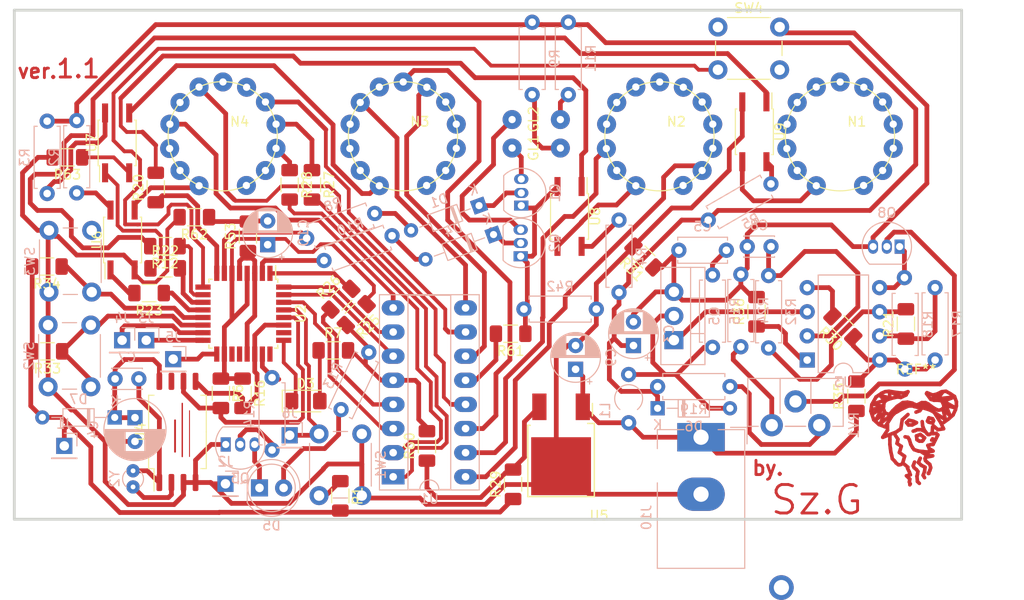
<source format=kicad_pcb>
(kicad_pcb (version 20211014) (generator pcbnew)
  (layers (0 "F.Cu" signal) (31 "B.Cu" signal) (34 "B.Paste" user) (35 "F.Paste" user) (36 "B.SilkS" user "B.Silkscreen") (37 "F.SilkS" user "F.Silkscreen") (38 "B.Mask" user) (39 "F.Mask" user) (44 "Edge.Cuts" user))
  (net 0 "")
  (net 1 "GND")
  (net 2 "Net-(C4-Pad1)")
  (net 3 "Net-(C5-Pad1)")
  (net 4 "+12V")
  (net 5 "Net-(C7-Pad1)")
  (net 6 "Net-(C8-Pad1)")
  (net 7 "Net-(D3-Pad2)")
  (net 8 "Net-(D3-Pad1)")
  (net 9 "Net-(D5-Pad2)")
  (net 10 "Net-(D6-Pad2)")
  (net 11 "+5V")
  (net 12 "MOSI")
  (net 13 "RST")
  (net 14 "SCK")
  (net 15 "MISO")
  (net 16 "/1")
  (net 17 "/2")
  (net 18 "/3")
  (net 19 "/4")
  (net 20 "/5")
  (net 21 "/6")
  (net 22 "/7")
  (net 23 "/8")
  (net 24 "/9")
  (net 25 "/0")
  (net 26 "Net-(Q5-Pad1)")
  (net 27 "Net-(Q8-Pad1)")
  (net 28 "Net-(Q8-Pad2)")
  (net 29 "Net-(R17-Pad2)")
  (net 30 "Net-(R19-Pad2)")
  (net 31 "SCL")
  (net 32 "SDA")
  (net 33 "Net-(R24-Pad1)")
  (net 34 "Net-(U1-Pad7)")
  (net 35 "Net-(U1-Pad6)")
  (net 36 "Net-(U1-Pad3)")
  (net 37 "Net-(U4-Pad2)")
  (net 38 "Net-(R21-Pad2)")
  (net 39 "SW1")
  (net 40 "SW2")
  (net 41 "Net-(N4-Pad9)")
  (net 42 "Net-(N1-PadA)")
  (net 43 "Net-(N2-PadA)")
  (net 44 "Net-(N3-PadA)")
  (net 45 "Net-(N4-PadA)")
  (net 46 "180V")
  (net 47 "Net-(R2-Pad2)")
  (net 48 "Net-(R3-Pad2)")
  (net 49 "Net-(R4-Pad2)")
  (net 50 "Net-(R5-Pad2)")
  (net 51 "Net-(D1-Pad2)")
  (net 52 "Net-(D1-Pad1)")
  (net 53 "Net-(D4-Pad2)")
  (net 54 "Net-(D4-Pad1)")
  (net 55 "IR")
  (net 56 "Net-(D5-Pad1)")
  (net 57 "Net-(Q3-Pad2)")
  (net 58 "Net-(R8-Pad2)")
  (net 59 "Net-(R12-Pad2)")
  (net 60 "Net-(GL1-Pad1)")
  (net 61 "Net-(GL2-Pad1)")
  (net 62 "Net-(GL1-Pad2)")
  (net 63 "Net-(GL2-Pad2)")
  (net 64 "Net-(R20-Pad2)")
  (net 65 "Net-(R22-Pad2)")
  (net 66 "Net-(R23-Pad2)")
  (net 67 "Net-(R23-Pad1)")
  (net 68 "Net-(R26-Pad2)")
  (net 69 "Net-(R26-Pad1)")
  (net 70 "Net-(N4-Pad8)")
  (net 71 "Net-(R12-Pad1)")
  (net 72 "Net-(R20-Pad1)")
  (net 73 "Net-(R22-Pad1)")
  (net 74 "Net-(R10-Pad2)")
  (net 75 "SW3")
  (footprint "LED_SMD:LED_1206_3216Metric_Pad1.42x1.75mm_HandSolder" (layer "F.Cu") (at 43.9965 118.4286)
    (fp_text reference "D3")
    (fp_text value "LED")
  )
  (footprint "Library:LC-531" (layer "F.Cu") (at 100.238 90.5526)
    (fp_text reference "N1")
    (fp_text value "6844AD-SUB")
  )
  (footprint "Library:LC-531" (layer "F.Cu") (at 81.238 90.5526)
    (fp_text reference "N2")
    (fp_text value "6844AD-SUB")
  )
  (footprint "Library:LC-531" (layer "F.Cu") (at 54.238 90.5526)
    (fp_text reference "N3")
    (fp_text value "6844AD-SUB")
  )
  (footprint "Library:LC-531" (layer "F.Cu") (at 35.2634 90.5526)
    (fp_text reference "N4")
    (fp_text value "6844AD-SUB")
  )
  (footprint "Resistor_SMD:R_1206_3216Metric_Pad1.30x1.75mm_HandSolder" (layer "F.Cu") (at 47.643 128.4108 -90)
    (fp_text reference "R1")
    (fp_text value "10k")
  )
  (footprint "Resistor_SMD:R_1206_3216Metric_Pad1.30x1.75mm_HandSolder" (layer "F.Cu") (at 46.907 113.0946)
    (fp_text reference "R7")
    (fp_text value "330R")
  )
  (footprint "Package_SO:SOIC-8_7.5x5.85mm_P1.27mm" (layer "F.Cu") (at 30.498 121.6798 90)
    (fp_text reference "U4")
    (fp_text value "PCF8583T")
  )
  (footprint "Resistor_SMD:R_1206_3216Metric_Pad1.30x1.75mm_HandSolder" (layer "F.Cu") (at 16.8068 113.1962 180)
    (fp_text reference "R33")
    (fp_text value "10k")
  )
  (footprint "Resistor_SMD:R_1206_3216Metric_Pad1.30x1.75mm_HandSolder" (layer "F.Cu") (at 16.7572 104.2681 180)
    (fp_text reference "R34")
    (fp_text value "10k")
  )
  (footprint "Package_QFP:TQFP-32_7x7mm_P0.8mm" (layer "F.Cu") (at 37.436 109.2338 -90)
    (fp_text reference "U2")
    (fp_text value "ATmega168A-AU")
  )
  (footprint "Resistor_SMD:R_1206_3216Metric_Pad1.30x1.75mm_HandSolder" (layer "F.Cu") (at 37.9148 101.081 90)
    (fp_text reference "R53")
    (fp_text value "0R")
  )
  (footprint "Library:DPAK-3" (layer "F.Cu") (at 70.884 122.9866 180)
    (fp_text reference "U5")
    (fp_text value "L7805" hide)
  )
  (footprint "Resistor_SMD:R_1206_3216Metric_Pad1.30x1.75mm_HandSolder" (layer "F.Cu") (at 56.7616 123.153 90)
    (fp_text reference "R60")
    (fp_text value "0R")
  )
  (footprint "Resistor_SMD:R_1206_3216Metric_Pad1.30x1.75mm_HandSolder" (layer "F.Cu") (at 65.5748 111.342 180)
    (fp_text reference "R61")
    (fp_text value "0R")
  )
  (footprint "Resistor_SMD:R_1206_3216Metric_Pad1.30x1.75mm_HandSolder" (layer "F.Cu") (at 18.9156 92.7746 180)
    (fp_text reference "R63")
    (fp_text value "0R")
  )
  (footprint "Resistor_SMD:R_1206_3216Metric_Pad1.30x1.75mm_HandSolder" (layer "F.Cu") (at 32.276 99.0738 180)
    (fp_text reference "R62")
    (fp_text value "0R")
  )
  (footprint "Package_SO:SO-4_4.4x3.6mm_P2.54mm" (layer "F.Cu") (at 24.7195 101.4741 90)
    (fp_text reference "U6")
    (fp_text value "LTV-352T")
  )
  (footprint "Package_SO:SO-4_4.4x3.6mm_P2.54mm" (layer "F.Cu") (at 71.773 98.9976 -90)
    (fp_text reference "U8")
    (fp_text value "LTV-352T")
  )
  (footprint "Package_SO:SO-4_4.4x3.6mm_P2.54mm" (layer "F.Cu") (at 91.2294 90.0822 -90)
    (fp_text reference "U9")
    (fp_text value "LTV-352T")
  )
  (footprint "Resistor_SMD:R_1206_3216Metric_Pad1.30x1.75mm_HandSolder" (layer "F.Cu") (at 35.07 117.6158 -90)
    (fp_text reference "R6")
    (fp_text value "4R7K")
  )
  (footprint "Resistor_SMD:R_1206_3216Metric_Pad1.30x1.75mm_HandSolder" (layer "F.Cu") (at 37.356 117.6158 -90)
    (fp_text reference "R16")
    (fp_text value "4R7K")
  )
  (footprint "Resistor_SMD:R_1206_3216Metric_Pad1.30x1.75mm_HandSolder" (layer "F.Cu") (at 29.1772 102.1218 180)
    (fp_text reference "R12")
    (fp_text value "340R")
  )
  (footprint "Resistor_SMD:R_1206_3216Metric_Pad1.30x1.75mm_HandSolder" (layer "F.Cu") (at 28.212 95.949 90)
    (fp_text reference "R20")
    (fp_text value "340R")
  )
  (footprint "Resistor_SMD:R_1206_3216Metric_Pad1.30x1.75mm_HandSolder" (layer "F.Cu") (at 27.5135 107.0621 180)
    (fp_text reference "R23")
    (fp_text value "340R")
  )
  (footprint "Package_SO:SO-4_4.4x3.6mm_P2.54mm" (layer "F.Cu") (at 24.148 91.2506 90)
    (fp_text reference "U7")
    (fp_text value "LTV-352T")
  )
  (footprint "Resistor_SMD:R_1206_3216Metric_Pad1.30x1.75mm_HandSolder" (layer "F.Cu") (at 29.2026 104.4586)
    (fp_text reference "R22")
    (fp_text value "340R")
  )
  (footprint "Library:Nixie diode" (layer "F.Cu") (at 67.4804 91.7718 90)
    (fp_text reference "GL1")
    (fp_text value "Nixie diode")
  )
  (footprint "Library:Nixie diode" (layer "F.Cu") (at 67.4804 88.7718 90)
    (fp_text reference "GL2")
    (fp_text value "Nixie diode")
  )
  (footprint "Resistor_SMD:R_1206_3216Metric_Pad1.30x1.75mm_HandSolder" (layer "F.Cu") (at 49.318493 109.325193 -135)
    (fp_text reference "R25")
    (fp_text value "0R")
  )
  (footprint "Resistor_SMD:R_1206_3216Metric_Pad1.30x1.75mm_HandSolder" (layer "F.Cu") (at 47.702047 107.708747 45)
    (fp_text reference "R26")
    (fp_text value "0R")
  )
  (footprint "Resistor_SMD:R_1206_3216Metric_Pad1.30x1.75mm_HandSolder" (layer "F.Cu") (at 65.8294 127.1922 90)
    (fp_text reference "R29")
    (fp_text value "0R")
  )
  (footprint "Resistor_SMD:R_1206_3216Metric_Pad1.30x1.75mm_HandSolder" (layer "F.Cu") (at 100.547384 110.601584 135)
    (fp_text reference "R30")
    (fp_text value "0R")
  )
  (footprint "Resistor_SMD:R_1206_3216Metric_Pad1.30x1.75mm_HandSolder" (layer "F.Cu") (at 107.1806 110.3139 90)
    (fp_text reference "R21")
    (fp_text value "10KR")
  )
  (footprint "Resistor_SMD:R_1206_3216Metric_Pad1.30x1.75mm_HandSolder" (layer "F.Cu") (at 44.6585 95.6696 -90)
    (fp_text reference "R27")
    (fp_text value "340R")
  )
  (footprint "Resistor_SMD:R_1206_3216Metric_Pad1.30x1.75mm_HandSolder" (layer "F.Cu") (at 79.600016 103.268616 135)
    (fp_text reference "R31")
    (fp_text value "0R")
  )
  (footprint "Resistor_SMD:R_1206_3216Metric_Pad1.30x1.75mm_HandSolder" (layer "F.Cu") (at 101.9736 117.9206 90)
    (fp_text reference "R35")
    (fp_text value "0R")
  )
  (footprint "Resistor_SMD:R_1206_3216Metric_Pad1.30x1.75mm_HandSolder" (layer "F.Cu") (at 42.309 95.6696 -90)
    (fp_text reference "R28")
    (fp_text value "340R")
  )
  (footprint "Resistor_SMD:R_1206_3216Metric_Pad1.30x1.75mm_HandSolder" (layer "F.Cu") (at 91.458 109.0306 90)
    (fp_text reference "R36")
    (fp_text value "0R")
  )
  (footprint "Button_Switch_THT:SW_PUSH_6mm_H4.3mm" (layer "F.Cu") (at 87.394 79.0586)
    (fp_text reference "SW4")
    (fp_text value "SW_DPST")
  )
  (footprint "Symbol:Symbol_GNU-Logo_CopperTop" (layer "F.Cu") (at 108.2474 121.1464)
    (fp_text reference "REF**")
    (fp_text value "Symbol_GNU-Logo_CopperTop")
  )
  (footprint "Capacitor_THT:CP_Radial_D5.0mm_P2.50mm" (layer "B.Cu") (at 78.504 112.5866 90)
    (fp_text reference "C3")
    (fp_text value "2.2uF HV")
  )
  (footprint "Capacitor_THT:CP_Radial_D6.3mm_P2.50mm" (layer "B.Cu") (at 26.0276 120.1812 -90)
    (fp_text reference "C4")
    (fp_text value "0,5F")
  )
  (footprint "Capacitor_THT:C_Disc_D5.0mm_W2.5mm_P5.00mm" (layer "B.Cu") (at 88.283 102.5536 180)
    (fp_text reference "C5")
    (fp_text value "100pF")
  )
  (footprint "Capacitor_THT:C_Disc_D3.0mm_W2.0mm_P2.50mm" (layer "B.Cu") (at 26.434 116.0918 180)
    (fp_text reference "C7")
    (fp_text value "22pF")
  )
  (footprint "Capacitor_THT:C_Disc_D3.0mm_W2.0mm_P2.50mm" (layer "B.Cu") (at 92.982 102.1726 180)
    (fp_text reference "C8")
    (fp_text value "2.2nF")
  )
  (footprint "Package_TO_SOT_THT:TO-220-3_Vertical" (layer "B.Cu") (at 82.7585 112.0151 90)
    (fp_text reference "Q5")
    (fp_text value "BUZ73")
  )
  (footprint "Resistor_THT:R_Axial_DIN0207_L6.3mm_D2.5mm_P7.62mm_Horizontal" (layer "B.Cu") (at 86.8225 112.7771 90)
    (fp_text reference "R15")
    (fp_text value "2.2KR")
  )
  (footprint "Resistor_THT:R_Axial_DIN0207_L6.3mm_D2.5mm_P7.62mm_Horizontal" (layer "B.Cu") (at 110.254 114.1106 90)
    (fp_text reference "R17")
    (fp_text value "1KR")
  )
  (footprint "Resistor_THT:R_Axial_DIN0207_L6.3mm_D2.5mm_P7.62mm_Horizontal" (layer "B.Cu") (at 81.044 116.9046)
    (fp_text reference "R19")
    (fp_text value "220KR")
  )
  (footprint "Resistor_THT:R_Axial_DIN0207_L6.3mm_D2.5mm_P7.62mm_Horizontal" (layer "B.Cu") (at 89.807 112.7136 90)
    (fp_text reference "R24")
    (fp_text value "470R")
  )
  (footprint "Potentiometer_THT:Potentiometer_ACP_CA9-H2,5_Horizontal" (layer "B.Cu") (at 98.062 120.9686 90)
    (fp_text reference "RV1")
    (fp_text value "R_POT 1K")
  )
  (footprint "Package_DIP:DIP-16_W7.62mm_Socket_LongPads" (layer "B.Cu") (at 53.2056 126.4042)
    (fp_text reference "U1")
    (fp_text value "74141")
  )
  (footprint "Package_DIP:DIP-8_W7.62mm" (layer "B.Cu") (at 96.792 114.1106)
    (fp_text reference "U3")
    (fp_text value "NE555P")
  )
  (footprint "Resistor_THT:R_Axial_DIN0207_L6.3mm_D2.5mm_P7.62mm_Horizontal" (layer "B.Cu") (at 92.728 112.8406 90)
    (fp_text reference "R32")
    (fp_text value "0R")
  )
  (footprint "Button_Switch_THT:SW_PUSH_6mm_H4.3mm" (layer "B.Cu") (at 16.8836 110.4276 -90)
    (fp_text reference "SW2")
    (fp_text value "SW_DPST")
  )
  (footprint "Button_Switch_THT:SW_PUSH_6mm_H4.3mm" (layer "B.Cu") (at 16.9725 100.4581 -90)
    (fp_text reference "SW3")
    (fp_text value "SW_DPST")
  )
  (footprint "Resistor_THT:R_Axial_DIN0207_L6.3mm_D2.5mm_P7.62mm_Horizontal" (layer "B.Cu") (at 74.5924 108.7512 180)
    (fp_text reference "R42")
    (fp_text value "0R")
  )
  (footprint "Capacitor_THT:CP_Radial_D5.0mm_P2.50mm" (layer "B.Cu") (at 72.408 115.0866 90)
    (fp_text reference "C9")
    (fp_text value "330uF")
  )
  (footprint "Resistor_THT:R_Axial_DIN0207_L6.3mm_D2.5mm_P7.62mm_Horizontal" (layer "B.Cu") (at 19.8935 88.9011 -90)
    (fp_text reference "R2")
    (fp_text value "47KR")
  )
  (footprint "Resistor_THT:R_Axial_DIN0207_L6.3mm_D2.5mm_P7.62mm_Horizontal" (layer "B.Cu") (at 16.782 88.9646 -90)
    (fp_text reference "R3")
    (fp_text value "47KR")
  )
  (footprint "Resistor_THT:R_Axial_DIN0207_L6.3mm_D2.5mm_P7.62mm_Horizontal" (layer "B.Cu") (at 76.98 106.9986 90)
    (fp_text reference "R4")
    (fp_text value "47KR")
  )
  (footprint "Resistor_THT:R_Axial_DIN0207_L6.3mm_D2.5mm_P7.62mm_Horizontal" (layer "B.Cu") (at 86.378 99.3786 30)
    (fp_text reference "R5")
    (fp_text value "47KR")
  )
  (footprint "Diode_THT:D_DO-34_SOD68_P7.62mm_Horizontal" (layer "B.Cu") (at 62.248 97.8546 -160)
    (fp_text reference "D1")
    (fp_text value "UF4004")
  )
  (footprint "Diode_THT:D_DO-34_SOD68_P7.62mm_Horizontal" (layer "B.Cu") (at 63.772 100.9026 -160)
    (fp_text reference "D4")
    (fp_text value "UF4004")
  )
  (footprint "Package_TO_SOT_THT:TO-92_Inline" (layer "B.Cu") (at 66.693 97.7911 90)
    (fp_text reference "Q1")
    (fp_text value "MPSA43")
  )
  (footprint "Package_TO_SOT_THT:TO-92_Inline" (layer "B.Cu") (at 66.6295 103.0616 90)
    (fp_text reference "Q2")
    (fp_text value "MPSA43")
  )
  (footprint "Package_TO_SOT_THT:TO-92_Inline" (layer "B.Cu") (at 35.832 123.0006)
    (fp_text reference "Q3")
    (fp_text value "S8550")
  )
  (footprint "Resistor_THT:R_Axial_DIN0207_L6.3mm_D2.5mm_P7.62mm_Horizontal" (layer "B.Cu") (at 71.646 86.1706 90)
    (fp_text reference "R11")
    (fp_text value "47KR")
  )
  (footprint "Resistor_THT:R_Axial_DIN0207_L6.3mm_D2.5mm_P7.62mm_Horizontal" (layer "B.Cu") (at 40.4548 115.9648 -90)
    (fp_text reference "R14")
    (fp_text value "4R7K")
  )
  (footprint "LED_THT:LED_D5.0mm" (layer "B.Cu") (at 39.134 127.5726)
    (fp_text reference "D5")
    (fp_text value "LED")
  )
  (footprint "Diode_THT:D_DO-34_SOD68_P7.62mm_Horizontal" (layer "B.Cu") (at 23.894 120.1558 180)
    (fp_text reference "D7")
    (fp_text value "D")
  )
  (footprint "Crystal:Crystal_DS15_D1.5mm_L5.0mm_Vertical" (layer "B.Cu") (at 25.8244 125.7692 -90)
    (fp_text reference "Y2")
    (fp_text value "32,768Hz")
  )
  (footprint "Inductor_THT:L_Axial_L6.6mm_D2.7mm_P2.54mm_Vertical_Vishay_IM-2" (layer "B.Cu") (at 77.996 118.1746 -90)
    (fp_text reference "L1")
    (fp_text value "100uH")
  )
  (footprint "Connector_PinHeader_2.54mm:PinHeader_1x01_P2.54mm_Vertical" (layer "B.Cu") (at 18.5854 123.153 180)
    (fp_text reference "J1")
    (fp_text value "Conn_01x01_Male")
  )
  (footprint "Connector_PinHeader_2.54mm:PinHeader_1x01_P2.54mm_Vertical" (layer "B.Cu") (at 35.5526 127.1408 180)
    (fp_text reference "J2")
    (fp_text value "Conn_01x01_Male")
  )
  (footprint "Connector_PinHeader_2.54mm:PinHeader_1x01_P2.54mm_Vertical" (layer "B.Cu") (at 27.212 112.0278 180)
    (fp_text reference "J3")
    (fp_text value "Conn_01x01_Male")
  )
  (footprint "Connector_PinHeader_2.54mm:PinHeader_1x01_P2.54mm_Vertical" (layer "B.Cu") (at 30.052 114.0178 180)
    (fp_text reference "J5")
    (fp_text value "Conn_01x01_Male")
  )
  (footprint "Connector_PinHeader_2.54mm:PinHeader_1x01_P2.54mm_Vertical" (layer "B.Cu") (at 42.309 122.0354 180)
    (fp_text reference "J6")
    (fp_text value "Conn_01x01_Male")
  )
  (footprint "Connector_PinHeader_2.54mm:PinHeader_1x01_P2.54mm_Vertical" (layer "B.Cu") (at 24.672 112.0278 180)
    (fp_text reference "J4")
    (fp_text value "Conn_01x01_Male")
  )
  (footprint "Resistor_THT:R_Axial_DIN0207_L6.3mm_D2.5mm_P7.62mm_Horizontal" (layer "B.Cu") (at 51.2625 98.6801 -160)
    (fp_text reference "R8")
    (fp_text value "200R")
  )
  (footprint "Resistor_THT:R_Axial_DIN0207_L6.3mm_D2.5mm_P7.62mm_Horizontal" (layer "B.Cu") (at 67.836 86.1706 90)
    (fp_text reference "R9")
    (fp_text value "47KR")
  )
  (footprint "Capacitor_THT:CP_Radial_D5.0mm_P2.50mm" (layer "B.Cu") (at 39.9976 101.9694 90)
    (fp_text reference "C10")
    (fp_text value "330uF")
  )
  (footprint "Button_Switch_THT:SW_PUSH_6mm_H4.3mm" (layer "B.Cu") (at 49.9036 128.3854 90)
    (fp_text reference "SW1")
    (fp_text value "SW_DPST")
  )
  (footprint "Package_TO_SOT_THT:TO-92_Inline" (layer "B.Cu") (at 106.444 102.1726 180)
    (fp_text reference "Q8")
    (fp_text value "BC547")
  )
  (footprint "Resistor_THT:R_Axial_DIN0207_L6.3mm_D2.5mm_P7.62mm_Horizontal" (layer "B.Cu") (at 53.088958 101.026907 -160)
    (fp_text reference "R10")
    (fp_text value "200R")
  )
  (footprint "Resistor_THT:R_Axial_DIN0207_L6.3mm_D2.5mm_P7.62mm_Horizontal" (layer "B.Cu") (at 107.1044 114.1741 90)
    (fp_text reference "R18")
    (fp_text value "56KR")
  )
  (footprint "Connector_BarrelJack:BarrelJack_CUI_PJ-102AH_Horizontal" (layer "B.Cu") (at 85.616 122.2386 180)
    (fp_text reference "J10")
    (fp_text value "DC IN")
  )
  (footprint "Diode_THT:D_DO-34_SOD68_P7.62mm_Horizontal" (layer "B.Cu") (at 81.044 119.1906)
    (fp_text reference "D6")
    (fp_text value "UF4004")
  )
  (footprint "Resistor_THT:R_Axial_DIN0207_L6.3mm_D2.5mm_P7.62mm_Horizontal" (layer "B.Cu") (at 50.6402 113.2978 -115)
    (fp_text reference "R13")
    (fp_text value "47R")
  )
  (gr_line (start 113.048 130.8746) (end 113.048 77.2806) (layer "Edge.Cuts") (width 0.3))
  (gr_line (start 13.324 77.2806) (end 113.048 77.2806) (layer "Edge.Cuts") (width 0.3))
  (gr_line (start 113.048 130.8746) (end 13.324 130.8746) (layer "Edge.Cuts") (width 0.3))
  (gr_line (start 13.324 77.2806) (end 13.324 130.8746) (layer "Edge.Cuts") (width 0.3))
  (gr_text "by." (at 92.6518 125.4898) (layer "F.Cu") (effects (font (size 1.5 1.5) (thickness 0.3))))
  (gr_text "Sz.G" (at 97.808 128.8426) (layer "F.Cu") (effects (font (size 3 3) (thickness 0.3))))
  (gr_text "1.1" (at 20.0586 83.4528) (layer "F.Cu") (effects (font (size 1.9 1.9) (thickness 0.3))))
  (gr_text "ver." (at 15.7406 83.7068) (layer "F.Cu") (effects (font (size 1.5 1.5) (thickness 0.3))))
  (segment (start 30.244 120.4606) (end 30.244 123.7626) (width 0.2) (layer "F.Cu") (net 0))
  (segment (start 31.006 124.2706) (end 31.006 118.6826) (width 0.15) (layer "F.Cu") (net 0))
  (segment (start 31.768 124.2706) (end 31.768 119.4446) (width 0.1) (layer "F.Cu") (net 0))
  (segment (start 78.504 110.0866) (end 78.504 109.2846) (width 0.5) (layer "F.Cu") (net 1))
  (segment (start 70.884 125.2866) (end 70.376 124.7786) (width 0.5) (layer "F.Cu") (net 1))
  (segment (start 103.7262 102.1726) (end 103.7262 101.182) (width 0.5) (layer "F.Cu") (net 1))
  (segment (start 70.376 113.7804) (end 71.5698 112.5866) (width 0.5) (layer "F.Cu") (net 1))
  (segment (start 70.884 125.2866) (end 70.884 127.3186) (width 0.5) (layer "F.Cu") (net 1))
  (segment (start 56.6854 129.2998) (end 62.9338 129.2998) (width 0.5) (layer "F.Cu") (net 1))
  (segment (start 37.836 110.2778) (end 38.636 109.4778) (width 0.5) (layer "F.Cu") (net 1))
  (segment (start 49.9036 128.3854) (end 49.9036 128.995) (width 0.5) (layer "F.Cu") (net 1))
  (segment (start 82.7585 106.9351) (end 83.6348 107.8114) (width 0.5) (layer "F.Cu") (net 1))
  (segment (start 22.8888 126.8976) (end 22.8888 122.6812) (width 0.5) (layer "F.Cu") (net 1))
  (segment (start 37.8132 103.3918) (end 37.356 103.3918) (width 0.5) (layer "F.Cu") (net 1))
  (segment (start 89.9594 86.9322) (end 89.9594 90.5648) (width 0.5) (layer "F.Cu") (net 1))
  (segment (start 82.7585 106.9351) (end 82.7585 103.0781) (width 0.5) (layer "F.Cu") (net 1))
  (segment (start 28.212 105.9318) (end 26.8912 105.9318) (width 0.4) (layer "F.Cu") (net 1))
  (segment (start 38.636 103.6558) (end 38.372 103.3918) (width 0.5) (layer "F.Cu") (net 1))
  (segment (start 33.9942 127.0048) (end 36.1876 129.1982) (width 0.5) (layer "F.Cu") (net 1))
  (segment (start 67.836 103.1886) (end 68.09 102.9346) (width 0.5) (layer "F.Cu") (net 1))
  (segment (start 62.9338 129.2998) (end 65.0166 127.217) (width 0.5) (layer "F.Cu") (net 1))
  (segment (start 103.7262 102.1726) (end 101.618 102.1726) (width 0.5) (layer "F.Cu") (net 1))
  (segment (start 42.2582 129.1982) (end 45.865 125.5914) (width 0.5) (layer "F.Cu") (net 1))
  (segment (start 82.5426 98.1086) (end 74.5924 106.0588) (width 0.5) (layer "F.Cu") (net 1))
  (segment (start 73.836 128.2386) (end 70.884 125.2866) (width 0.5) (layer "F.Cu") (net 1))
  (segment (start 72.408 112.5866) (end 74.5924 110.4022) (width 0.5) (layer "F.Cu") (net 1))
  (segment (start 14.1912 94.4002) (end 15.8168 92.7746) (width 0.5) (layer "F.Cu") (net 1))
  (segment (start 38.636 109.4778) (end 38.636 104.9838) (width 0.5) (layer "F.Cu") (net 1))
  (segment (start 49.9036 128.3854) (end 50.1576 128.6394) (width 0.5) (layer "F.Cu") (net 1))
  (segment (start 26.053 104.2681) (end 26.053 104.4336) (width 0.5) (layer "F.Cu") (net 1))
  (segment (start 50.1576 128.6394) (end 56.025 128.6394) (width 0.5) (layer "F.Cu") (net 1))
  (segment (start 94.506 112.3326) (end 96.284 114.1106) (width 0.5) (layer "F.Cu") (net 1))
  (segment (start 89.9594 90.5648) (end 88.5878 91.9364) (width 0.5) (layer "F.Cu") (net 1))
  (segment (start 25.3164 129.3252) (end 22.8888 126.8976) (width 0.5) (layer "F.Cu") (net 1))
  (segment (start 90.482 104.4186) (end 89.807 105.0936) (width 0.5) (layer "F.Cu") (net 1))
  (segment (start 49.9036 128.995) (end 49.9036 121.8854) (width 0.5) (layer "F.Cu") (net 1))
  (segment (start 24.8465 103.0616) (end 26.053 104.2681) (width 0.5) (layer "F.Cu") (net 1))
  (segment (start 91.458 110.5806) (end 93.77 110.5806) (width 0.5) (layer "F.Cu") (net 1))
  (segment (start 37.9764 99.4694) (end 37.9148 99.531) (width 0.5) (layer "F.Cu") (net 1))
  (segment (start 99.332 99.8866) (end 91.458 99.8866) (width 0.5) (layer "F.Cu") (net 1))
  (segment (start 80.696032 104.364632) (end 81.471968 104.364632) (width 0.5) (layer "F.Cu") (net 1))
  (segment (start 37.356 103.3918) (end 37.036 103.7118) (width 0.5) (layer "F.Cu") (net 1))
  (segment (start 16.9725 100.4581) (end 15.7787 100.4581) (width 0.5) (layer "F.Cu") (net 1))
  (segment (start 89.807 106.2747) (end 89.807 105.0936) (width 0.5) (layer "F.Cu") (net 1))
  (segment (start 34.1302 127.1408) (end 33.9942 127.0048) (width 0.5) (layer "F.Cu") (net 1))
  (segment (start 35.578 123.0006) (end 34.054 123.0006) (width 0.5) (layer "F.Cu") (net 1))
  (segment (start 101.618 102.1726) (end 99.332 99.8866) (width 0.5) (layer "F.Cu") (net 1))
  (segment (start 96.284 114.1106) (end 96.792 114.1106) (width 0.5) (layer "F.Cu") (net 1))
  (segment (start 32.403 124.6516) (end 32.403 127.0048) (width 0.5) (layer "F.Cu") (net 1))
  (segment (start 68.09 98.1086) (end 66.947 98.1086) (width 0.5) (layer "F.Cu") (net 1))
  (segment (start 35.5526 127.1408) (end 34.1302 127.1408) (width 0.5) (layer "F.Cu") (net 1))
  (segment (start 84.6 98.1086) (end 82.5426 98.1086) (width 0.5) (layer "F.Cu") (net 1))
  (segment (start 66.9724 108.7512) (end 67.328 108.3956) (width 0.5) (layer "F.Cu") (net 1))
  (segment (start 26.8912 105.9318) (end 25.9895 105.0301) (width 0.4) (layer "F.Cu") (net 1))
  (segment (start 91.458 99.8866) (end 90.482 100.8626) (width 0.5) (layer "F.Cu") (net 1))
  (segment (start 65.0166 127.217) (end 68.9536 127.217) (width 0.5) (layer "F.Cu") (net 1))
  (segment (start 67.1248 108.9036) (end 66.9724 108.7512) (width 0.5) (layer "F.Cu") (net 1))
  (segment (start 68.09 98.1086) (end 68.242 98.1086) (width 0.5) (layer "F.Cu") (net 1))
  (segment (start 94.5036 79.6682) (end 93.894 79.0586) (width 0.5) (layer "F.Cu") (net 1))
  (segment (start 80.8535 106.9351) (end 82.7585 106.9351) (width 0.5) (layer "F.Cu") (net 1))
  (segment (start 16.8836 100.547) (end 16.9725 100.4581) (width 0.5) (layer "F.Cu") (net 1))
  (segment (start 64.0248 114.1118) (end 61.8416 116.295) (width 0.5) (layer "F.Cu") (net 1))
  (segment (start 45.865 125.5914) (end 45.865 125.5406) (width 0.5) (layer "F.Cu") (net 1))
  (segment (start 83.6348 107.8114) (end 88.2703 107.8114) (width 0.5) (layer "F.Cu") (net 1))
  (segment (start 74.5924 110.4022) (end 74.5924 108.7512) (width 0.5) (layer "F.Cu") (net 1))
  (segment (start 103.7262 101.182) (end 109.3904 95.5178) (width 0.5) (layer "F.Cu") (net 1))
  (segment (start 78.504 109.2846) (end 80.8535 106.9351) (width 0.5) (layer "F.Cu") (net 1))
  (segment (start 109.3904 95.5178) (end 109.3904 87.339) (width 0.5) (layer "F.Cu") (net 1))
  (segment (start 19.5736 119.366) (end 19.322 119.366) (width 0.5) (layer "F.Cu") (net 1))
  (segment (start 66.6295 103.1886) (end 67.836 103.1886) (width 0.5) (layer "F.Cu") (net 1))
  (segment (start 19.8935 103.0616) (end 24.8465 103.0616) (width 0.5) (layer "F.Cu") (net 1))
  (segment (start 74.5924 106.0588) (end 74.5924 108.7512) (width 0.5) (layer "F.Cu") (net 1))
  (segment (start 29.4312 100.3686) (end 29.4312 104.7126) (width 0.4) (layer "F.Cu") (net 1))
  (segment (start 19.322 119.366) (end 16.8836 116.9276) (width 0.5) (layer "F.Cu") (net 1))
  (segment (start 94.506 111.3166) (end 94.506 112.3326) (width 0.5) (layer "F.Cu") (net 1))
  (segment (start 90.482 100.8626) (end 90.482 102.1726) (width 0.5) (layer "F.Cu") (net 1))
  (segment (start 68.09 102.9346) (end 68.09 98.1086) (width 0.5) (layer "F.Cu") (net 1))
  (segment (start 81.471968 104.364632) (end 83.283 102.5536) (width 0.5) (layer "F.Cu") (net 1))
  (segment (start 15.8168 92.7746) (end 17.3656 92.7746) (width 0.5) (layer "F.Cu") (net 1))
  (segment (start 88.5878 94.1208) (end 84.6 98.1086) (width 0.5) (layer "F.Cu") (net 1))
  (segment (start 14.1912 98.8706) (end 14.1912 94.4002) (width 0.5) (layer "F.Cu") (net 1))
  (segment (start 38.636 104.9838) (end 38.636 103.6558) (width 0.5) (layer "F.Cu") (net 1))
  (segment (start 30.726 99.0738) (end 29.4312 100.3686) (width 0.4) (layer "F.Cu") (net 1))
  (segment (start 60.8764 116.295) (end 60.8256 116.2442) (width 0.5) (layer "F.Cu") (net 1))
  (segment (start 91.0129 107.4806) (end 89.807 106.2747) (width 0.5) (layer "F.Cu") (net 1))
  (segment (start 67.1248 111.342) (end 67.1248 108.9036) (width 0.5) (layer "F.Cu") (net 1))
  (segment (start 67.328 103.8871) (end 66.6295 103.1886) (width 0.5) (layer "F.Cu") (net 1))
  (segment (start 46.3476 125.058) (end 49.9036 125.058) (width 0.5) (layer "F.Cu") (net 1))
  (segment (start 91.458 107.4806) (end 91.0129 107.4806) (width 0.5) (layer "F.Cu") (net 1))
  (segment (start 67.328 108.3956) (end 67.328 103.8871) (width 0.5) (layer "F.Cu") (net 1))
  (segment (start 20.4656 92.7746) (end 23.792 92.7746) (width 0.4) (layer "F.Cu") (net 1))
  (segment (start 26.0276 122.6812) (end 22.8888 122.6812) (width 0.5) (layer "F.Cu") (net 1))
  (segment (start 30.1424 129.3252) (end 25.3164 129.3252) (width 0.5) (layer "F.Cu") (net 1))
  (segment (start 66.947 98.1086) (end 66.693 97.8546) (width 0.5) (layer "F.Cu") (net 1))
  (segment (start 49.9036 125.058) (end 49.9036 128.3854) (width 0.5) (layer "F.Cu") (net 1))
  (segment (start 39.9976 99.4694) (end 37.9764 99.4694) (width 0.5) (layer "F.Cu") (net 1))
  (segment (start 88.5878 91.9364) (end 88.5878 94.1208) (width 0.5) (layer "F.Cu") (net 1))
  (segment (start 31.133 127.0048) (end 31.133 128.3346) (width 0.5) (layer "F.Cu") (net 1))
  (segment (start 85.616 128.2386) (end 73.836 128.2386) (width 0.5) (layer "F.Cu") (net 1))
  (segment (start 25.9895 104.6241) (end 25.9895 104.8777) (width 0.4) (layer "F.Cu") (net 1))
  (segment (start 31.133 127.0048) (end 32.403 127.0048) (width 0.5) (layer "F.Cu") (net 1))
  (segment (start 71.5698 112.5866) (end 72.408 112.5866) (width 0.5) (layer "F.Cu") (net 1))
  (segment (start 101.7196 79.6682) (end 94.5036 79.6682) (width 0.5) (layer "F.Cu") (net 1))
  (segment (start 45.865 125.5406) (end 46.3476 125.058) (width 0.5) (layer "F.Cu") (net 1))
  (segment (start 70.376 124.7786) (end 70.376 113.7804) (width 0.5) (layer "F.Cu") (net 1))
  (segment (start 37.036 103.7118) (end 37.036 104.9838) (width 0.5) (layer "F.Cu") (net 1))
  (segment (start 90.482 102.1726) (end 90.482 104.4186) (width 0.5) (layer "F.Cu") (net 1))
  (segment (start 31.133 128.3346) (end 30.1424 129.3252) (width 0.5) (layer "F.Cu") (net 1))
  (segment (start 93.77 110.5806) (end 94.506 111.3166) (width 0.5) (layer "F.Cu") (net 1))
  (segment (start 37.8132 102.7326) (end 37.9148 102.631) (width 0.5) (layer "F.Cu") (net 1))
  (segment (start 34.054 123.0006) (end 32.403 124.6516) (width 0.5) (layer "F.Cu") (net 1))
  (segment (start 70.376 96.2286) (end 70.376 96.1401) (width 0.5) (layer "F.Cu") (net 1))
  (segment (start 64.0248 111.342) (end 64.0248 114.1118) (width 0.5) (layer "F.Cu") (net 1))
  (segment (start 88.2703 107.8114) (end 89.807 106.2747) (width 0.5) (layer "F.Cu") (net 1))
  (segment (start 17.925 101.0931) (end 19.8935 103.0616) (width 0.5) (layer "F.Cu") (net 1))
  (segment (start 109.3904 87.339) (end 101.7196 79.6682) (width 0.5) (layer "F.Cu") (net 1))
  (segment (start 36.1876 129.1982) (end 42.2582 129.1982) (width 0.5) (layer "F.Cu") (net 1))
  (segment (start 68.9536 127.217) (end 70.884 125.2866) (width 0.5) (layer "F.Cu") (net 1))
  (segment (start 82.7585 103.0781) (end 83.283 102.5536) (width 0.5) (layer "F.Cu") (net 1))
  (segment (start 68.242 98.1086) (end 70.503 95.8476) (width 0.5) (layer "F.Cu") (net 1))
  (segment (start 23.792 92.7746) (end 25.418 94.4006) (width 0.4) (layer "F.Cu") (net 1))
  (segment (start 15.7787 100.4581) (end 14.1912 98.8706) (width 0.5) (layer "F.Cu") (net 1))
  (segment (start 70.376 96.2286) (end 70.5415 96.2286) (width 0.5) (layer "F.Cu") (net 1))
  (segment (start 38.372 103.3918) (end 37.8132 103.3918) (width 0.5) (layer "F.Cu") (net 1))
  (segment (start 17.6075 101.0931) (end 17.925 101.0931) (width 0.5) (layer "F.Cu") (net 1))
  (segment (start 37.836 113.4838) (end 37.836 110.2778) (width 0.5) (layer "F.Cu") (net 1))
  (segment (start 22.8888 122.6812) (end 19.5736 119.366) (width 0.5) (layer "F.Cu") (net 1))
  (segment (start 61.8416 116.295) (end 60.8764 116.295) (width 0.5) (layer "F.Cu") (net 1))
  (segment (start 16.8836 116.9276) (end 16.8836 100.547) (width 0.5) (layer "F.Cu") (net 1))
  (segment (start 38.626 104.9738) (end 38.636 104.9838) (width 0.5) (layer "F.Cu") (net 1))
  (segment (start 37.9148 99.531) (end 34.2832 99.531) (width 0.5) (layer "F.Cu") (net 1))
  (segment (start 31.133 127.9028) (end 31.133 127.0048) (width 0.5) (layer "F.Cu") (net 1))
  (segment (start 16.9725 100.4581) (end 17.6075 101.0931) (width 0.5) (layer "F.Cu") (net 1))
  (segment (start 37.8132 103.3918) (end 37.8132 102.7326) (width 0.5) (layer "F.Cu") (net 1))
  (segment (start 25.9895 105.0301) (end 25.9895 104.6241) (width 0.4) (layer "F.Cu") (net 1))
  (segment (start 32.403 127.0048) (end 33.9942 127.0048) (width 0.5) (layer "F.Cu") (net 1))
  (segment (start 29.4312 104.7126) (end 28.212 105.9318) (width 0.4) (layer "F.Cu") (net 1))
  (segment (start 34.2832 99.531) (end 33.826 99.0738) (width 0.5) (layer "F.Cu") (net 1))
  (segment (start 56.025 128.6394) (end 56.6854 129.2998) (width 0.5) (layer "F.Cu") (net 1))
  (segment (start 23.934 116.0918) (end 23.934 115.0358) (width 0.5) (layer "F.Cu") (net 2))
  (segment (start 24.91 114.0598) (end 27.958 114.0598) (width 0.5) (layer "F.Cu") (net 2))
  (segment (start 23.894 120.1558) (end 23.894 116.1318) (width 0.5) (layer "F.Cu") (net 2))
  (segment (start 23.9194 120.1812) (end 23.894 120.1558) (width 0.5) (layer "F.Cu") (net 2))
  (segment (start 27.958 114.0598) (end 28.593 114.6948) (width 0.5) (layer "F.Cu") (net 2))
  (segment (start 23.894 116.1318) (end 23.934 116.0918) (width 0.5) (layer "F.Cu") (net 2))
  (segment (start 28.593 114.6948) (end 28.593 116.3548) (width 0.5) (layer "F.Cu") (net 2))
  (segment (start 26.0276 120.1812) (end 23.9194 120.1812) (width 0.5) (layer "F.Cu") (net 2))
  (segment (start 23.934 115.0358) (end 24.91 114.0598) (width 0.5) (layer "F.Cu") (net 2))
  (segment (start 86.8225 104.0141) (end 88.283 102.5536) (width 0.5) (layer "F.Cu") (net 3))
  (segment (start 86.8225 105.1571) (end 86.8225 104.0141) (width 0.5) (layer "F.Cu") (net 3))
  (segment (start 102.152 116.3706) (end 104.412 114.1106) (width 0.5) (layer "F.Cu") (net 4))
  (segment (start 99.451368 106.863968) (end 99.078 106.4906) (width 0.5) (layer "F.Cu") (net 4))
  (segment (start 79.52 122.2386) (end 77.996 120.7146) (width 0.5) (layer "F.Cu") (net 4))
  (segment (start 99.451368 109.505568) (end 99.451368 106.863968) (width 0.5) (layer "F.Cu") (net 4))
  (segment (start 77.996 120.7146) (end 77.996 121.2226) (width 0.5) (layer "F.Cu") (net 4))
  (segment (start 85.616 122.2386) (end 79.52 122.2386) (width 0.5) (layer "F.Cu") (net 4))
  (segment (start 109.3015 115.0631) (end 110.254 114.1106) (width 0.5) (layer "F.Cu") (net 4))
  (segment (start 101.6434 112.612) (end 103.142 114.1106) (width 0.5) (layer "F.Cu") (net 4))
  (segment (start 101.9736 121.629) (end 99.6876 123.915) (width 0.5) (layer "F.Cu") (net 4))
  (segment (start 99.078 106.4906) (end 96.792 106.4906) (width 0.5) (layer "F.Cu") (net 4))
  (segment (start 106.1265 114.1106) (end 107.079 115.0631) (width 0.5) (layer "F.Cu") (net 4))
  (segment (start 73.17 119.0366) (end 73.17 115.8486) (width 0.5) (layer "F.Cu") (net 4))
  (segment (start 73.17 115.8486) (end 72.408 115.0866) (width 0.5) (layer "F.Cu") (net 4))
  (segment (start 101.6434 111.6976) (end 101.6434 112.612) (width 0.5) (layer "F.Cu") (net 4))
  (segment (start 107.079 115.0631) (end 109.3015 115.0631) (width 0.5) (layer "F.Cu") (net 4))
  (segment (start 103.142 114.1106) (end 104.412 114.1106) (width 0.5) (layer "F.Cu") (net 4))
  (segment (start 74.848 120.7146) (end 73.17 119.0366) (width 0.5) (layer "F.Cu") (net 4))
  (segment (start 104.412 114.1106) (end 106.1265 114.1106) (width 0.5) (layer "F.Cu") (net 4))
  (segment (start 101.9736 119.4706) (end 101.9736 121.629) (width 0.5) (layer "F.Cu") (net 4))
  (segment (start 87.2924 123.915) (end 85.616 122.2386) (width 0.5) (layer "F.Cu") (net 4))
  (segment (start 77.996 120.7146) (end 74.848 120.7146) (width 0.5) (layer "F.Cu") (net 4))
  (segment (start 101.9736 116.3706) (end 102.152 116.3706) (width 0.5) (layer "F.Cu") (net 4))
  (segment (start 99.6876 123.915) (end 87.2924 123.915) (width 0.5) (layer "F.Cu") (net 4))
  (segment (start 27.323 125.7692) (end 25.8244 125.7692) (width 0.5) (layer "F.Cu") (net 5))
  (segment (start 28.5586 127.0048) (end 27.323 125.7692) (width 0.5) (layer "F.Cu") (net 5))
  (segment (start 26.434 118.1238) (end 26.434 116.0918) (width 0.5) (layer "F.Cu") (net 5))
  (segment (start 28.593 120.2828) (end 26.434 118.1238) (width 0.5) (layer "F.Cu") (net 5))
  (segment (start 28.593 127.0048) (end 28.593 120.2828) (width 0.5) (layer "F.Cu") (net 5))
  (segment (start 28.593 127.0048) (end 28.5586 127.0048) (width 0.5) (layer "F.Cu") (net 5))
  (segment (start 96.538 102.6806) (end 93.998 105.2206) (width 0.5) (layer "F.Cu") (net 6))
  (segment (start 99.078 111.5706) (end 102.126 108.5226) (width 0.5) (layer "F.Cu") (net 6))
  (segment (start 102.126 108.5226) (end 102.126 104.9666) (width 0.5) (layer "F.Cu") (net 6))
  (segment (start 92.728 105.2206) (end 92.728 102.4266) (width 0.5) (layer "F.Cu") (net 6))
  (segment (start 93.998 105.2206) (end 92.728 105.2206) (width 0.5) (layer "F.Cu") (net 6))
  (segment (start 96.792 111.5706) (end 99.078 111.5706) (width 0.5) (layer "F.Cu") (net 6))
  (segment (start 102.126 104.9666) (end 99.84 102.6806) (width 0.5) (layer "F.Cu") (net 6))
  (segment (start 92.728 102.4266) (end 92.982 102.1726) (width 0.5) (layer "F.Cu") (net 6))
  (segment (start 99.84 102.6806) (end 96.538 102.6806) (width 0.5) (layer "F.Cu") (net 6))
  (segment (start 45.484 118.4286) (end 45.484 113.2216) (width 0.4) (layer "F.Cu") (net 7))
  (segment (start 45.484 113.2216) (end 45.357 113.0946) (width 0.4) (layer "F.Cu") (net 7))
  (segment (start 42.944 115.6346) (end 42.944 117.9936) (width 0.4) (layer "F.Cu") (net 8))
  (segment (start 41.686 114.3766) (end 42.944 115.6346) (width 0.4) (layer "F.Cu") (net 8))
  (segment (start 42.944 117.9936) (end 42.509 118.4286) (width 0.4) (layer "F.Cu") (net 8))
  (segment (start 41.686 112.0338) (end 41.686 114.3766) (width 0.4) (layer "F.Cu") (net 8))
  (segment (start 41.674 125.4898) (end 43.7314 123.4324) (width 0.5) (layer "F.Cu") (net 9))
  (segment (start 47.4652 121.9592) (end 47.4652 119.5843) (width 0.5) (layer "F.Cu") (net 9))
  (segment (start 43.7314 123.4324) (end 45.992 123.4324) (width 0.5) (layer "F.Cu") (net 9))
  (segment (start 45.992 123.4324) (end 47.4652 121.9592) (width 0.5) (layer "F.Cu") (net 9))
  (segment (start 41.674 127.5726) (end 41.674 125.4898) (width 0.5) (layer "F.Cu") (net 9))
  (segment (start 47.4652 119.5843) (end 47.7192 119.3303) (width 0.5) (layer "F.Cu") (net 9))
  (segment (start 88.664 119.1906) (end 86.505 119.1906) (width 0.5) (layer "F.Cu") (net 10))
  (segment (start 77.996 115.6346) (end 82.949 115.6346) (width 0.5) (layer "F.Cu") (net 10))
  (segment (start 82.7585 109.4751) (end 81.3615 109.4751) (width 0.5) (layer "F.Cu") (net 10))
  (segment (start 80.536 110.3006) (end 80.536 114.3646) (width 0.5) (layer "F.Cu") (net 10))
  (segment (start 81.3615 109.4751) (end 80.536 110.3006) (width 0.5) (layer "F.Cu") (net 10))
  (segment (start 80.536 114.3646) (end 81.806 115.6346) (width 0.5) (layer "F.Cu") (net 10))
  (segment (start 83.076 115.6346) (end 85.9335 112.7771) (width 0.5) (layer "F.Cu") (net 10))
  (segment (start 86.505 119.1906) (end 82.949 115.6346) (width 0.5) (layer "F.Cu") (net 10))
  (segment (start 85.9335 112.7771) (end 86.8225 112.7771) (width 0.5) (layer "F.Cu") (net 10))
  (segment (start 82.949 115.6346) (end 83.076 115.6346) (width 0.5) (layer "F.Cu") (net 10))
  (segment (start 35.436 115.6998) (end 35.07 116.0658) (width 0.5) (layer "F.Cu") (net 11))
  (segment (start 47.7948 130.1126) (end 64.459 130.1126) (width 0.5) (layer "F.Cu") (net 11))
  (segment (start 37.836 104.9838) (end 37.836 108.2458) (width 0.5) (layer "F.Cu") (net 11))
  (segment (start 56.7616 127.5726) (end 57.7776 128.5886) (width 0.5) (layer "F.Cu") (net 11))
  (segment (start 67.0232 120.6114) (end 68.598 119.0366) (width 0.5) (layer "F.Cu") (net 11))
  (segment (start 64.459 130.1126) (end 65.8294 128.7422) (width 0.5) (layer "F.Cu") (net 11))
  (segment (start 51.1736 106.9986) (end 51.1736 106.2874) (width 0.4) (layer "F.Cu") (net 11))
  (segment (start 15.2568 113.1962) (end 15.0548 113.3982) (width 0.5) (layer "F.Cu") (net 11))
  (segment (start 50.6402 113.2978) (end 50.6402 112.838932) (width 0.45) (layer "F.Cu") (net 11))
  (segment (start 21.3794 123.2546) (end 21.3794 127.1154) (width 0.5) (layer "F.Cu") (net 11))
  (segment (start 55.898 116.5998) (end 55.5424 116.2442) (width 0.5) (layer "F.Cu") (net 11))
  (segment (start 44.7728 102.7314) (end 43.2488 102.7314) (width 0.4) (layer "F.Cu") (net 11))
  (segment (start 62.4258 128.5886) (end 65.0166 125.9978) (width 0.5) (layer "F.Cu") (net 11))
  (segment (start 50.6402 112.838932) (end 48.222477 110.421209) (width 0.45) (layer "F.Cu") (net 11))
  (segment (start 48.786 113.0946) (end 50.31 114.6186) (width 0.4) (layer "F.Cu") (net 11))
  (segment (start 56.7616 121.603) (end 56.7616 121.2226) (width 0.5) (layer "F.Cu") (net 11))
  (segment (start 51.9356 116.2442) (end 50.31 114.6186) (width 0.45) (layer "F.Cu") (net 11))
  (segment (start 50.414509 108.229177) (end 50.414509 107.757691) (width 0.4) (layer "F.Cu") (net 11))
  (segment (start 35.07 116.0658) (end 37.356 116.0658) (width 0.5) (layer "F.Cu") (net 11))
  (segment (start 35.436 113.4838) (end 35.436 110.6458) (width 0.5) (layer "F.Cu") (net 11))
  (segment (start 34.9176 130.138) (end 47.7446 130.138) (width 0.5) (layer "F.Cu") (net 11))
  (segment (start 43.2488 102.7314) (end 41.8772 101.3598) (width 0.4) (layer "F.Cu") (net 11))
  (segment (start 46.8048 101.9186) (end 45.5856 101.9186) (width 0.4) (layer "F.Cu") (net 11))
  (segment (start 36.086 109.9958) (end 36.236 109.8458) (width 0.5) (layer "F.Cu") (net 11))
  (segment (start 36.236 101.8702) (end 36.236 104.9838) (width 0.4) (layer "F.Cu") (net 11))
  (segment (start 35.436 113.4838) (end 35.436 115.6998) (width 0.5) (layer "F.Cu") (net 11))
  (segment (start 56.7616 121.2226) (end 55.898 120.359) (width 0.5) (layer "F.Cu") (net 11))
  (segment (start 50.414509 107.757691) (end 51.1736 106.9986) (width 0.4) (layer "F.Cu") (net 11))
  (segment (start 18.5854 123.153) (end 18.5854 121.3496) (width 0.5) (layer "F.Cu") (net 11))
  (segment (start 39.9976 101.817) (end 39.5404 101.3598) (width 0.35) (layer "F.Cu") (net 11))
  (segment (start 48.457 113.0946) (end 48.786 113.0946) (width 0.4) (layer "F.Cu") (net 11))
  (segment (start 18.5854 121.3496) (end 19.0299 120.9051) (width 0.5) (layer "F.Cu") (net 11))
  (segment (start 67.0232 124.3468) (end 67.0232 120.6114) (width 0.5) (layer "F.Cu") (net 11))
  (segment (start 56.7616 121.603) (end 56.7616 121.1718) (width 0.4) (layer "F.Cu") (net 11))
  (segment (start 21.3794 127.1154) (end 24.4274 130.1634) (width 0.5) (layer "F.Cu") (net 11))
  (segment (start 56.7616 124.703) (end 56.7616 127.5726) (width 0.5) (layer "F.Cu") (net 11))
  (segment (start 65.0166 125.9978) (end 65.3722 125.9978) (width 0.5) (layer "F.Cu") (net 11))
  (segment (start 41.8772 101.3598) (end 39.5404 101.3598) (width 0.4) (layer "F.Cu") (net 11))
  (segment (start 55.5424 116.2442) (end 53.2056 116.2442) (width 0.5) (layer "F.Cu") (net 11))
  (segment (start 34.8922 130.1634) (end 34.9176 130.138) (width 0.5) (layer "F.Cu") (net 11))
  (segment (start 18.2806 120.1558) (end 19.0299 120.9051) (width 0.5) (layer "F.Cu") (net 11))
  (segment (start 39.5404 101.3598) (end 36.7464 101.3598) (width 0.4) (layer "F.Cu") (net 11))
  (segment (start 37.836 108.2458) (end 36.086 109.9958) (width 0.5) (layer "F.Cu") (net 11))
  (segment (start 65.3722 125.9978) (end 67.0232 124.3468) (width 0.5) (layer "F.Cu") (net 11))
  (segment (start 53.2056 116.2442) (end 51.9356 116.2442) (width 0.45) (layer "F.Cu") (net 11))
  (segment (start 15.2072 113.1466) (end 15.2568 113.1962) (width 0.5) (layer "F.Cu") (net 11))
  (segment (start 35.436 110.6458) (end 36.086 109.9958) (width 0.5) (layer "F.Cu") (net 11))
  (segment (start 39.9976 101.9694) (end 39.9976 101.817) (width 0.35) (layer "F.Cu") (net 11))
  (segment (start 24.4274 130.1634) (end 34.8922 130.1634) (width 0.5) (layer "F.Cu") (net 11))
  (segment (start 19.0299 120.9051) (end 21.3794 123.2546) (width 0.5) (layer "F.Cu") (net 11))
  (segment (start 16.274 120.1558) (end 18.2806 120.1558) (width 0.5) (layer "F.Cu") (net 11))
  (segment (start 51.1736 106.2874) (end 46.8048 101.9186) (width 0.4) (layer "F.Cu") (net 11))
  (segment (start 55.898 120.359) (end 55.898 116.5998) (width 0.5) (layer "F.Cu") (net 11))
  (segment (start 50.31 114.6186) (end 50.31 113.628) (width 0.45) (layer "F.Cu") (net 11))
  (segment (start 45.5856 101.9186) (end 44.7728 102.7314) (width 0.4) (layer "F.Cu") (net 11))
  (segment (start 15.0548 113.3982) (end 15.0548 118.9366) (width 0.5) (layer "F.Cu") (net 11))
  (segment (start 15.2072 104.2681) (end 15.2072 113.1466) (width 0.5) (layer "F.Cu") (net 11))
  (segment (start 36.7464 101.3598) (end 36.236 101.8702) (width 0.4) (layer "F.Cu") (net 11))
  (segment (start 50.31 113.628) (end 50.6402 113.2978) (width 0.45) (layer "F.Cu") (net 11))
  (segment (start 57.7776 128.5886) (end 62.4258 128.5886) (width 0.5) (layer "F.Cu") (net 11))
  (segment (start 36.236 109.8458) (end 36.236 104.9838) (width 0.5) (layer "F.Cu") (net 11))
  (segment (start 47.643 129.9608) (end 47.7948 130.1126) (width 0.5) (layer "F.Cu") (net 11))
  (segment (start 15.0548 118.9366) (end 16.274 120.1558) (width 0.5) (layer "F.Cu") (net 11))
  (segment (start 30.72 111.2338) (end 29.99 110.5038) (width 0.5) (layer "F.Cu") (net 12))
  (segment (start 29.99 110.5038) (end 24.9608 110.5038) (width 0.5) (layer "F.Cu") (net 12))
  (segment (start 24.9608 110.5038) (end 24.672 110.7926) (width 0.5) (layer "F.Cu") (net 12))
  (segment (start 24.672 110.7926) (end 24.672 112.0278) (width 0.5) (layer "F.Cu") (net 12))
  (segment (start 33.186 111.2338) (end 30.72 111.2338) (width 0.5) (layer "F.Cu") (net 12))
  (segment (start 46.1184 128.3854) (end 47.643 126.8608) (width 0.5) (layer "F.Cu") (net 13))
  (segment (start 45.4036 128.3854) (end 46.1184 128.3854) (width 0.5) (layer "F.Cu") (net 13))
  (segment (start 44.0235 109.8561) (end 43.0012 108.8338) (width 0.4) (layer "F.Cu") (net 13))
  (segment (start 44.341 120.305091) (end 44.341 114.7456) (width 0.4) (layer "F.Cu") (net 13))
  (segment (start 44.341 114.7456) (end 44.0235 114.4281) (width 0.4) (layer "F.Cu") (net 13))
  (segment (start 45.4036 121.367691) (end 44.341 120.305091) (width 0.4) (layer "F.Cu") (net 13))
  (segment (start 45.4036 121.8854) (end 45.4036 121.367691) (width 0.4) (layer "F.Cu") (net 13))
  (segment (start 43.0012 108.8338) (end 41.686 108.8338) (width 0.4) (layer "F.Cu") (net 13))
  (segment (start 45.2536 122.0354) (end 45.4036 121.8854) (width 0.5) (layer "F.Cu") (net 13))
  (segment (start 42.309 122.0354) (end 45.2536 122.0354) (width 0.5) (layer "F.Cu") (net 13))
  (segment (start 44.0235 114.4281) (end 44.0235 109.8561) (width 0.4) (layer "F.Cu") (net 13))
  (segment (start 32.6228 114.0178) (end 30.052 114.0178) (width 0.5) (layer "F.Cu") (net 14))
  (segment (start 33.1568 113.4838) (end 32.6228 114.0178) (width 0.5) (layer "F.Cu") (net 14))
  (segment (start 34.636 113.4838) (end 33.1568 113.4838) (width 0.5) (layer "F.Cu") (net 14))
  (segment (start 27.212 112.0278) (end 33.18 112.0278) (width 0.5) (layer "F.Cu") (net 15))
  (segment (start 33.18 112.0278) (end 33.186 112.0338) (width 0.5) (layer "F.Cu") (net 15))
  (segment (start 74.567 96.5846) (end 74.567 92.931) (width 0.5) (layer "F.Cu") (net 16))
  (segment (start 68.9282 109.6656) (end 68.979 109.6148) (width 0.5) (layer "F.Cu") (net 16))
  (segment (start 60.8256 123.8642) (end 63.9244 123.8642) (width 0.5) (layer "F.Cu") (net 16))
  (segment (start 68.9282 112.1802) (end 68.9282 109.6656) (width 0.5) (layer "F.Cu") (net 16))
  (segment (start 72.154 98.9976) (end 74.567 96.5846) (width 0.5) (layer "F.Cu") (net 16))
  (segment (start 74.567 92.931) (end 75.65 91.848) (width 0.5) (layer "F.Cu") (net 16))
  (segment (start 71.265 98.9976) (end 72.154 98.9976) (width 0.5) (layer "F.Cu") (net 16))
  (segment (start 63.9244 123.8642) (end 65.042 122.7466) (width 0.5) (layer "F.Cu") (net 16))
  (segment (start 65.042 122.7466) (end 65.042 116.0664) (width 0.5) (layer "F.Cu") (net 16))
  (segment (start 65.042 116.0664) (end 68.9282 112.1802) (width 0.5) (layer "F.Cu") (net 16))
  (segment (start 68.979 109.6148) (end 68.979 101.2836) (width 0.5) (layer "F.Cu") (net 16))
  (segment (start 68.979 101.2836) (end 71.265 98.9976) (width 0.5) (layer "F.Cu") (net 16))
  (segment (start 40.8104 98.1086) (end 36.086 98.1086) (width 0.5) (layer "F.Cu") (net 17))
  (segment (start 34.562 92.5206) (end 31.324 89.2826) (width 0.5) (layer "F.Cu") (net 17))
  (segment (start 53.2056 107.2272) (end 45.357 99.3786) (width 0.4) (layer "F.Cu") (net 17))
  (segment (start 53.2056 108.6242) (end 53.2056 107.2272) (width 0.5) (layer "F.Cu") (net 17))
  (segment (start 31.324 89.2826) (end 29.7008 89.2826) (width 0.5) (layer "F.Cu") (net 17))
  (segment (start 42.0804 99.3786) (end 40.8104 98.1086) (width 0.5) (layer "F.Cu") (net 17))
  (segment (start 45.357 99.3786) (end 42.0804 99.3786) (width 0.5) (layer "F.Cu") (net 17))
  (segment (start 36.086 98.1086) (end 34.562 96.5846) (width 0.5) (layer "F.Cu") (net 17))
  (segment (start 34.562 96.5846) (end 34.562 92.5206) (width 0.5) (layer "F.Cu") (net 17))
  (segment (start 53.612 90.7426) (end 49.866 86.9966) (width 0.5) (layer "F.Cu") (net 18))
  (segment (start 60.8256 104.1157) (end 53.612 96.9021) (width 0.5) (layer "F.Cu") (net 18))
  (segment (start 49.866 86.9966) (end 49.7422 86.9966) (width 0.5) (layer "F.Cu") (net 18))
  (segment (start 60.8256 108.6242) (end 60.8256 104.1157) (width 0.5) (layer "F.Cu") (net 18))
  (segment (start 53.612 96.9021) (end 53.612 90.7426) (width 0.5) (layer "F.Cu") (net 18))
  (segment (start 36.4924 97.245) (end 35.578 96.3306) (width 0.5) (layer "F.Cu") (net 19))
  (segment (start 46.5 95.8226) (end 41.42 95.8226) (width 0.4) (layer "F.Cu") (net 19))
  (segment (start 35.578 88.1748) (end 32.7742 85.371) (width 0.5) (layer "F.Cu") (net 19))
  (segment (start 59.3016 118.7842) (end 58.5396 118.0222) (width 0.4) (layer "F.Cu") (net 19))
  (segment (start 57.676 113.5518) (end 57.676 108.7766) (width 0.4) (layer "F.Cu") (net 19))
  (segment (start 35.578 96.3306) (end 35.578 88.1748) (width 0.5) (layer "F.Cu") (net 19))
  (segment (start 36.594 97.3466) (end 36.4924 97.245) (width 0.4) (layer "F.Cu") (net 19))
  (segment (start 60.8256 118.7842) (end 59.3016 118.7842) (width 0.5) (layer "F.Cu") (net 19))
  (segment (start 41.42 95.8226) (end 39.896 97.3466) (width 0.4) (layer "F.Cu") (net 19))
  (segment (start 47.516 96.8386) (end 46.5 95.8226) (width 0.4) (layer "F.Cu") (net 19))
  (segment (start 58.5396 114.4154) (end 57.676 113.5518) (width 0.4) (layer "F.Cu") (net 19))
  (segment (start 47.516 98.6166) (end 47.516 96.8386) (width 0.4) (layer "F.Cu") (net 19))
  (segment (start 57.676 108.7766) (end 47.516 98.6166) (width 0.4) (layer "F.Cu") (net 19))
  (segment (start 58.5396 118.0222) (end 58.5396 114.4154) (width 0.4) (layer "F.Cu") (net 19))
  (segment (start 39.896 97.3466) (end 36.594 97.3466) (width 0.4) (layer "F.Cu") (net 19))
  (segment (start 55.39 83.6306) (end 54.2634 84.7572) (width 0.5) (layer "F.Cu") (net 20))
  (segment (start 65.4992 105.9318) (end 58.946 99.3786) (width 0.5) (layer "F.Cu") (net 20))
  (segment (start 60.8256 121.3242) (end 62.6544 121.3242) (width 0.5) (layer "F.Cu") (net 20))
  (segment (start 62.248 86.9326) (end 58.946 83.6306) (width 0.5) (layer "F.Cu") (net 20))
  (segment (start 62.248 93.1556) (end 62.248 86.9326) (width 0.5) (layer "F.Cu") (net 20))
  (segment (start 62.6544 121.3242) (end 64.026 119.9526) (width 0.5) (layer "F.Cu") (net 20))
  (segment (start 65.4992 114.0852) (end 65.4992 105.9318) (width 0.5) (layer "F.Cu") (net 20))
  (segment (start 64.026 115.5584) (end 65.4992 114.0852) (width 0.5) (layer "F.Cu") (net 20))
  (segment (start 58.946 99.3786) (end 58.946 96.4576) (width 0.5) (layer "F.Cu") (net 20))
  (segment (start 64.026 119.9526) (end 64.026 115.5584) (width 0.5) (layer "F.Cu") (net 20))
  (segment (start 58.946 83.6306) (end 55.39 83.6306) (width 0.5) (layer "F.Cu") (net 20))
  (segment (start 58.946 96.4576) (end 62.248 93.1556) (width 0.5) (layer "F.Cu") (net 20))
  (segment (start 54.2634 84.7572) (end 54.2634 84.8376) (width 0.5) (layer "F.Cu") (net 20))
  (segment (start 55.898 86.251) (end 56.7526 85.3964) (width 0.5) (layer "F.Cu") (net 21))
  (segment (start 54.628 96.7116) (end 54.628 90.5521) (width 0.5) (layer "F.Cu") (net 21))
  (segment (start 62.8068 104.8904) (end 54.628 96.7116) (width 0.5) (layer "F.Cu") (net 21))
  (segment (start 61.7654 113.7042) (end 62.8068 112.6628) (width 0.5) (layer "F.Cu") (net 21))
  (segment (start 62.8068 112.6628) (end 62.8068 104.8904) (width 0.5) (layer "F.Cu") (net 21))
  (segment (start 54.628 90.5521) (end 55.898 89.2821) (width 0.5) (layer "F.Cu") (net 21))
  (segment (start 60.8256 113.7042) (end 61.7654 113.7042) (width 0.5) (layer "F.Cu") (net 21))
  (segment (start 55.898 89.2821) (end 55.898 86.251) (width 0.5) (layer "F.Cu") (net 21))
  (segment (start 46.119 93.7271) (end 46.119 89.8536) (width 0.4) (layer "F.Cu") (net 22))
  (segment (start 48.532 96.1401) (end 46.119 93.7271) (width 0.4) (layer "F.Cu") (net 22))
  (segment (start 60.8256 111.1642) (end 59.0476 111.1642) (width 0.5) (layer "F.Cu") (net 22))
  (segment (start 59.0476 111.1642) (end 58.692 110.8086) (width 0.5) (layer "F.Cu") (net 22))
  (segment (start 58.692 110.8086) (end 58.692 108.7766) (width 0.4) (layer "F.Cu") (net 22))
  (segment (start 45.5475 89.2821) (end 43.2112 86.9458) (width 0.5) (layer "F.Cu") (net 22))
  (segment (start 58.692 108.7766) (end 48.532 98.6166) (width 0.4) (layer "F.Cu") (net 22))
  (segment (start 43.2112 86.9458) (end 39.7592 86.9458) (width 0.5) (layer "F.Cu") (net 22))
  (segment (start 48.532 98.6166) (end 48.532 96.1401) (width 0.4) (layer "F.Cu") (net 22))
  (segment (start 46.119 89.8536) (end 45.5475 89.2821) (width 0.5) (layer "F.Cu") (net 22))
  (segment (start 55.1868 123.6102) (end 55.4408 123.3562) (width 0.4) (layer "F.Cu") (net 23))
  (segment (start 55.4408 123.3562) (end 58.2856 123.3562) (width 0.4) (layer "F.Cu") (net 23))
  (segment (start 53.2056 126.4042) (end 54.5264 126.4042) (width 0.4) (layer "F.Cu") (net 23))
  (segment (start 58.8444 120.0034) (end 57.7776 118.9366) (width 0.4) (layer "F.Cu") (net 23))
  (segment (start 57.7776 118.9366) (end 57.7776 115.8886) (width 0.4) (layer "F.Cu") (net 23))
  (segment (start 56.66 108.7131) (end 45.1665 97.2196) (width 0.4) (layer "F.Cu") (net 23))
  (segment (start 56.66 114.771) (end 56.66 108.7131) (width 0.4) (layer "F.Cu") (net 23))
  (segment (start 58.2856 123.3562) (end 58.8444 122.7974) (width 0.4) (layer "F.Cu") (net 23))
  (segment (start 55.1868 125.7438) (end 55.1868 123.6102) (width 0.4) (layer "F.Cu") (net 23))
  (segment (start 58.8444 122.7974) (end 58.8444 120.0034) (width 0.4) (layer "F.Cu") (net 23))
  (segment (start 45.1665 97.2196) (end 44.6585 97.2196) (width 0.4) (layer "F.Cu") (net 23))
  (segment (start 54.5264 126.4042) (end 55.1868 125.7438) (width 0.4) (layer "F.Cu") (net 23))
  (segment (start 57.7776 115.8886) (end 56.66 114.771) (width 0.4) (layer "F.Cu") (net 23))
  (segment (start 58.2348 120.5114) (end 57.168 119.4446) (width 0.4) (layer "F.Cu") (net 24))
  (segment (start 57.8284 122.7466) (end 58.2348 122.3402) (width 0.4) (layer "F.Cu") (net 24))
  (segment (start 55.7456 108.7512) (end 45.6745 98.6801) (width 0.4) (layer "F.Cu") (net 24))
  (segment (start 42.309 98.19085) (end 42.309 97.2196) (width 0.4) (layer "F.Cu") (net 24))
  (segment (start 53.866 123.8642) (end 54.9836 122.7466) (width 0.4) (layer "F.Cu") (net 24))
  (segment (start 42.79825 98.6801) (end 42.309 98.19085) (width 0.4) (layer "F.Cu") (net 24))
  (segment (start 54.9836 122.7466) (end 57.8284 122.7466) (width 0.4) (layer "F.Cu") (net 24))
  (segment (start 57.168 116.4474) (end 55.7456 115.025) (width 0.4) (layer "F.Cu") (net 24))
  (segment (start 53.2056 123.8642) (end 53.866 123.8642) (width 0.4) (layer "F.Cu") (net 24))
  (segment (start 57.168 119.4446) (end 57.168 116.4474) (width 0.4) (layer "F.Cu") (net 24))
  (segment (start 45.6745 98.6801) (end 42.79825 98.6801) (width 0.4) (layer "F.Cu") (net 24))
  (segment (start 55.7456 115.025) (end 55.7456 108.7512) (width 0.4) (layer "F.Cu") (net 24))
  (segment (start 58.2348 122.3402) (end 58.2348 120.5114) (width 0.4) (layer "F.Cu") (net 24))
  (segment (start 69.6394 110.2752) (end 71.3158 108.5988) (width 0.5) (layer "F.Cu") (net 25))
  (segment (start 82.8855 93.6636) (end 85.238 93.6636) (width 0.5) (layer "F.Cu") (net 25))
  (segment (start 69.6394 112.6628) (end 69.6394 110.2752) (width 0.5) (layer "F.Cu") (net 25))
  (segment (start 60.8256 126.4042) (end 62.9592 126.4042) (width 0.5) (layer "F.Cu") (net 25))
  (segment (start 66.058 116.2442) (end 69.6394 112.6628) (width 0.5) (layer "F.Cu") (net 25))
  (segment (start 62.9592 126.4042) (end 66.058 123.3054) (width 0.5) (layer "F.Cu") (net 25))
  (segment (start 71.3158 108.5988) (end 71.3158 107.4304) (width 0.5) (layer "F.Cu") (net 25))
  (segment (start 71.3158 107.4304) (end 81.679 97.0672) (width 0.5) (layer "F.Cu") (net 25))
  (segment (start 66.058 123.3054) (end 66.058 116.2442) (width 0.5) (layer "F.Cu") (net 25))
  (segment (start 85.238 93.6636) (end 85.7338 94.1594) (width 0.5) (layer "F.Cu") (net 25))
  (segment (start 81.679 97.0672) (end 81.679 94.8701) (width 0.5) (layer "F.Cu") (net 25))
  (segment (start 81.679 94.8701) (end 82.8855 93.6636) (width 0.5) (layer "F.Cu") (net 25))
  (segment (start 85.4001 109.7164) (end 85.4382 109.7164) (width 0.5) (layer "F.Cu") (net 26))
  (segment (start 86.124 109.0306) (end 96.792 109.0306) (width 0.5) (layer "F.Cu") (net 26))
  (segment (start 85.4382 109.7164) (end 86.124 109.0306) (width 0.5) (layer "F.Cu") (net 26))
  (segment (start 82.7585 112.0151) (end 83.1014 112.0151) (width 0.5) (layer "F.Cu") (net 26))
  (segment (start 83.1014 112.0151) (end 85.4001 109.7164) (width 0.5) (layer "F.Cu") (net 26))
  (segment (start 105.9741 106.4906) (end 107.0282 105.4365) (width 0.5) (layer "F.Cu") (net 27))
  (segment (start 104.412 106.4906) (end 105.9741 106.4906) (width 0.5) (layer "F.Cu") (net 27))
  (segment (start 107.0282 105.4365) (end 107.0282 102.6806) (width 0.5) (layer "F.Cu") (net 27))
  (segment (start 107.0282 102.6806) (end 106.5202 102.1726) (width 0.5) (layer "F.Cu") (net 27))
  (segment (start 95.562 118.4686) (end 100.054 118.4686) (width 0.5) (layer "F.Cu") (net 28))
  (segment (start 100.054 118.4686) (end 100.6274 117.8952) (width 0.5) (layer "F.Cu") (net 28))
  (segment (start 112.286 105.2206) (end 107.714 100.6486) (width 0.5) (layer "F.Cu") (net 28))
  (segment (start 112.286 115.1266) (end 112.286 105.2206) (width 0.5) (layer "F.Cu") (net 28))
  (segment (start 103.0912 117.8952) (end 104.3612 116.6252) (width 0.5) (layer "F.Cu") (net 28))
  (segment (start 104.3612 116.6252) (end 110.7874 116.6252) (width 0.5) (layer "F.Cu") (net 28))
  (segment (start 100.6274 117.8952) (end 103.0912 117.8952) (width 0.5) (layer "F.Cu") (net 28))
  (segment (start 105.936 100.6486) (end 105.174 101.4106) (width 0.5) (layer "F.Cu") (net 28))
  (segment (start 110.7874 116.6252) (end 112.286 115.1266) (width 0.5) (layer "F.Cu") (net 28))
  (segment (start 107.714 100.6486) (end 105.936 100.6486) (width 0.5) (layer "F.Cu") (net 28))
  (segment (start 105.174 101.4106) (end 105.174 102.1726) (width 0.5) (layer "F.Cu") (net 28))
  (segment (start 104.412 111.5706) (end 106.8873 111.5706) (width 0.5) (layer "F.Cu") (net 29))
  (segment (start 109.4527 111.8639) (end 107.1806 111.8639) (width 0.5) (layer "F.Cu") (net 29))
  (segment (start 106.8873 111.5706) (end 107.1806 111.8639) (width 0.5) (layer "F.Cu") (net 29))
  (segment (start 110.254 111.0626) (end 109.4527 111.8639) (width 0.5) (layer "F.Cu") (net 29))
  (segment (start 110.254 106.4906) (end 110.254 111.0626) (width 0.5) (layer "F.Cu") (net 29))
  (segment (start 98.062 121.9846) (end 98.062 120.9686) (width 0.5) (layer "F.Cu") (net 30))
  (segment (start 90.696 121.7306) (end 91.966 123.0006) (width 0.5) (layer "F.Cu") (net 30))
  (segment (start 91.966 123.0006) (end 97.046 123.0006) (width 0.5) (layer "F.Cu") (net 30))
  (segment (start 88.664 116.9046) (end 89.934 116.9046) (width 0.5) (layer "F.Cu") (net 30))
  (segment (start 90.696 117.6666) (end 90.696 121.7306) (width 0.5) (layer "F.Cu") (net 30))
  (segment (start 97.046 123.0006) (end 98.062 121.9846) (width 0.5) (layer "F.Cu") (net 30))
  (segment (start 89.934 116.9046) (end 90.696 117.6666) (width 0.5) (layer "F.Cu") (net 30))
  (segment (start 35.07 119.1658) (end 35.07 120.1558) (width 0.5) (layer "F.Cu") (net 31))
  (segment (start 43.198 114.6186) (end 43.198 110.0466) (width 0.4) (layer "F.Cu") (net 31))
  (segment (start 32.81 119.1658) (end 35.07 119.1658) (width 0.5) (layer "F.Cu") (net 31))
  (segment (start 43.706 115.1266) (end 43.198 114.6186) (width 0.4) (layer "F.Cu") (net 31))
  (segment (start 35.578 120.6638) (end 43.198 120.6638) (width 0.5) (layer "F.Cu") (net 31))
  (segment (start 43.198 120.6638) (end 43.706 120.1558) (width 0.4) (layer "F.Cu") (net 31))
  (segment (start 43.706 120.1558) (end 43.706 115.1266) (width 0.4) (layer "F.Cu") (net 31))
  (segment (start 42.7852 109.6338) (end 41.686 109.6338) (width 0.4) (layer "F.Cu") (net 31))
  (segment (start 31.133 117.4888) (end 32.81 119.1658) (width 0.5) (layer "F.Cu") (net 31))
  (segment (start 35.07 120.1558) (end 35.578 120.6638) (width 0.5) (layer "F.Cu") (net 31))
  (segment (start 43.198 110.0466) (end 42.7852 109.6338) (width 0.4) (layer "F.Cu") (net 31))
  (segment (start 31.133 116.3548) (end 31.133 117.4888) (width 0.5) (layer "F.Cu") (net 31))
  (segment (start 38.88 117.8698) (end 37.584 119.1658) (width 0.5) (layer "F.Cu") (net 32))
  (segment (start 37.356 119.1658) (end 37.356 118.1238) (width 0.5) (layer "F.Cu") (net 32))
  (segment (start 38.636 113.4838) (end 38.636 111.5098) (width 0.5) (layer "F.Cu") (net 32))
  (segment (start 38.88 115.5838) (end 38.88 117.8698) (width 0.5) (layer "F.Cu") (net 32))
  (segment (start 38.636 115.3398) (end 38.88 115.5838) (width 0.5) (layer "F.Cu") (net 32))
  (segment (start 38.636 111.5098) (end 39.712 110.4338) (width 0.5) (layer "F.Cu") (net 32))
  (segment (start 39.712 110.4338) (end 41.686 110.4338) (width 0.5) (layer "F.Cu") (net 32))
  (segment (start 33.664 117.6158) (end 32.403 116.3548) (width 0.5) (layer "F.Cu") (net 32))
  (segment (start 38.636 113.4838) (end 38.636 115.3398) (width 0.5) (layer "F.Cu") (net 32))
  (segment (start 37.356 118.1238) (end 36.848 117.6158) (width 0.5) (layer "F.Cu") (net 32))
  (segment (start 36.848 117.6158) (end 33.664 117.6158) (width 0.5) (layer "F.Cu") (net 32))
  (segment (start 37.584 119.1658) (end 37.356 119.1658) (width 0.5) (layer "F.Cu") (net 32))
  (segment (start 93.062 118.1403) (end 89.0069 114.0852) (width 0.5) (layer "F.Cu") (net 33))
  (segment (start 89.0069 113.5137) (end 89.807 112.7136) (width 0.5) (layer "F.Cu") (net 33))
  (segment (start 89.0069 114.0852) (end 89.0069 113.5137) (width 0.5) (layer "F.Cu") (net 33))
  (segment (start 93.062 120.9686) (end 93.062 118.1403) (width 0.5) (layer "F.Cu") (net 33))
  (segment (start 51.707 111.1642) (end 46.9766 106.4338) (width 0.4) (layer "F.Cu") (net 34))
  (segment (start 53.2056 111.1642) (end 51.707 111.1642) (width 0.4) (layer "F.Cu") (net 34))
  (segment (start 46.9766 106.4338) (end 41.686 106.4338) (width 0.4) (layer "F.Cu") (net 34))
  (segment (start 41.686 107.2338) (end 46.786 107.2338) (width 0.4) (layer "F.Cu") (net 35))
  (segment (start 53.2056 113.6534) (end 53.2056 113.7042) (width 0.4) (layer "F.Cu") (net 35))
  (segment (start 53.2056 113.7042) (end 53.104 113.8058) (width 0.4) (layer "F.Cu") (net 35))
  (segment (start 46.786 107.2338) (end 53.2056 113.6534) (width 0.4) (layer "F.Cu") (net 35))
  (segment (start 46.5 111.7738) (end 46.5 115.787) (width 0.4) (layer "F.Cu") (net 36))
  (segment (start 46.5 115.787) (end 52.0372 121.3242) (width 0.4) (layer "F.Cu") (net 36))
  (segment (start 44.976 109.2846) (end 44.976 110.2498) (width 0.4) (layer "F.Cu") (net 36))
  (segment (start 43.7252 108.0338) (end 44.976 109.2846) (width 0.4) (layer "F.Cu") (net 36))
  (segment (start 41.686 108.0338) (end 43.7252 108.0338) (width 0.4) (layer "F.Cu") (net 36))
  (segment (start 52.0372 121.3242) (end 53.2056 121.3242) (width 0.4) (layer "F.Cu") (net 36))
  (segment (start 44.976 110.2498) (end 46.5 111.7738) (width 0.4) (layer "F.Cu") (net 36))
  (segment (start 26.9438 128.5886) (end 29.5582 128.5886) (width 0.5) (layer "F.Cu") (net 37))
  (segment (start 29.5582 128.5886) (end 29.863 128.2838) (width 0.5) (layer "F.Cu") (net 37))
  (segment (start 25.8244 127.4692) (end 26.9438 128.5886) (width 0.5) (layer "F.Cu") (net 37))
  (segment (start 29.863 128.2838) (end 29.863 127.0048) (width 0.5) (layer "F.Cu") (net 37))
  (segment (start 102.634 109.0306) (end 99.332 112.3326) (width 0.5) (layer "F.Cu") (net 38))
  (segment (start 104.412 109.0306) (end 102.634 109.0306) (width 0.5) (layer "F.Cu") (net 38))
  (segment (start 106.9139 109.0306) (end 107.1806 108.7639) (width 0.5) (layer "F.Cu") (net 38))
  (segment (start 97.808 116.1426) (end 96.03 116.1426) (width 0.5) (layer "F.Cu") (net 38))
  (segment (start 99.332 114.6186) (end 97.808 116.1426) (width 0.5) (layer "F.Cu") (net 38))
  (segment (start 96.03 116.1426) (end 92.728 112.8406) (width 0.5) (layer "F.Cu") (net 38))
  (segment (start 104.412 109.0306) (end 106.9139 109.0306) (width 0.5) (layer "F.Cu") (net 38))
  (segment (start 99.332 112.3326) (end 99.332 114.6186) (width 0.5) (layer "F.Cu") (net 38))
  (segment (start 30.936 110.4338) (end 29.99 109.4878) (width 0.5) (layer "F.Cu") (net 39))
  (segment (start 23.1828 109.4878) (end 22.243 110.4276) (width 0.5) (layer "F.Cu") (net 39))
  (segment (start 21.3836 110.4276) (end 21.1254 110.4276) (width 0.5) (layer "F.Cu") (net 39))
  (segment (start 21.1254 110.4276) (end 18.3568 113.1962) (width 0.5) (layer "F.Cu") (net 39))
  (segment (start 21.3836 116.223) (end 18.3568 113.1962) (width 0.5) (layer "F.Cu") (net 39))
  (segment (start 29.99 109.4878) (end 23.1828 109.4878) (width 0.5) (layer "F.Cu") (net 39))
  (segment (start 22.243 110.4276) (end 21.3836 110.4276) (width 0.5) (layer "F.Cu") (net 39))
  (segment (start 33.186 110.4338) (end 30.936 110.4338) (width 0.5) (layer "F.Cu") (net 39))
  (segment (start 21.3836 116.9276) (end 21.3836 116.223) (width 0.5) (layer "F.Cu") (net 39))
  (segment (start 21.3836 106.8238) (end 18.8279 104.2681) (width 0.5) (layer "F.Cu") (net 40))
  (segment (start 24.9735 108.6496) (end 23.4979 107.174) (width 0.5) (layer "F.Cu") (net 40))
  (segment (start 23.4979 107.174) (end 21.3836 107.174) (width 0.5) (layer "F.Cu") (net 40))
  (segment (start 21.3836 107.174) (end 21.3836 106.8238) (width 0.5) (layer "F.Cu") (net 40))
  (segment (start 30.1678 108.6496) (end 24.9735 108.6496) (width 0.5) (layer "F.Cu") (net 40))
  (segment (start 33.186 109.6338) (end 31.152 109.6338) (width 0.5) (layer "F.Cu") (net 40))
  (segment (start 31.152 109.6338) (end 30.1678 108.6496) (width 0.5) (layer "F.Cu") (net 40))
  (segment (start 18.8279 104.2681) (end 18.3072 104.2681) (width 0.5) (layer "F.Cu") (net 40))
  (segment (start 42.309 94.1196) (end 42.309 93.2548) (width 0.5) (layer "F.Cu") (net 41))
  (segment (start 42.309 93.2548) (end 40.8768 91.8226) (width 0.5) (layer "F.Cu") (net 41))
  (segment (start 91.1405 97.3466) (end 89.9594 96.1655) (width 0.5) (layer "F.Cu") (net 42))
  (segment (start 96.0935 97.3466) (end 91.1405 97.3466) (width 0.5) (layer "F.Cu") (net 42))
  (segment (start 89.9594 96.1655) (end 89.9594 93.2322) (width 0.5) (layer "F.Cu") (net 42))
  (segment (start 97.7488 95.7596) (end 97.6805 95.7596) (width 0.5) (layer "F.Cu") (net 42))
  (segment (start 97.6805 95.7596) (end 96.0935 97.3466) (width 0.5) (layer "F.Cu") (net 42))
  (segment (start 76.7173 97.7911) (end 78.7488 95.7596) (width 0.5) (layer "F.Cu") (net 43))
  (segment (start 73.018 99.5941) (end 74.821 97.7911) (width 0.5) (layer "F.Cu") (net 43))
  (segment (start 73.018 99.6326) (end 73.018 99.5941) (width 0.5) (layer "F.Cu") (net 43))
  (segment (start 74.821 97.7911) (end 76.7173 97.7911) (width 0.5) (layer "F.Cu") (net 43))
  (segment (start 70.503 102.1476) (end 73.018 99.6326) (width 0.5) (layer "F.Cu") (net 43))
  (segment (start 50.7545 96.5846) (end 49.929 96.5846) (width 0.5) (layer "F.Cu") (net 44))
  (segment (start 51.7488 95.7596) (end 51.5795 95.7596) (width 0.5) (layer "F.Cu") (net 44))
  (segment (start 40.658 83.1226) (end 30.396 83.1226) (width 0.5) (layer "F.Cu") (net 44))
  (segment (start 51.5795 95.7596) (end 50.7545 96.5846) (width 0.5) (layer "F.Cu") (net 44))
  (segment (start 49.929 96.5846) (end 46.881 93.5366) (width 0.5) (layer "F.Cu") (net 44))
  (segment (start 46.881 89.3456) (end 40.658 83.1226) (width 0.5) (layer "F.Cu") (net 44))
  (segment (start 30.396 83.1226) (end 29.228 84.2906) (width 0.5) (layer "F.Cu") (net 44))
  (segment (start 29.228 84.2906) (end 25.418 88.1006) (width 0.5) (layer "F.Cu") (net 44))
  (segment (start 46.881 93.5366) (end 46.881 89.3456) (width 0.5) (layer "F.Cu") (net 44))
  (segment (start 32.7742 95.7596) (end 32.5588 95.975) (width 0.5) (layer "F.Cu") (net 45))
  (segment (start 32.5588 95.975) (end 27.704 95.975) (width 0.5) (layer "F.Cu") (net 45))
  (segment (start 26.053 97.626) (end 26.053 98.1336) (width 0.5) (layer "F.Cu") (net 45))
  (segment (start 27.704 95.975) (end 26.053 97.626) (width 0.5) (layer "F.Cu") (net 45))
  (segment (start 19.8935 88.9011) (end 19.8935 87.1231) (width 0.5) (layer "F.Cu") (net 46))
  (segment (start 77.234 112.5866) (end 76.472 111.8246) (width 0.5) (layer "F.Cu") (net 46))
  (segment (start 71.646 78.5506) (end 71.392 78.5506) (width 0.5) (layer "F.Cu") (net 46))
  (segment (start 101.237 80.7096) (end 108.222 87.6946) (width 0.5) (layer "F.Cu") (net 46))
  (segment (start 73.678 78.8046) (end 75.583 80.7096) (width 0.5) (layer "F.Cu") (net 46))
  (segment (start 103.396 98.3626) (end 87.394 98.3626) (width 0.5) (layer "F.Cu") (net 46))
  (segment (start 76.472 108.7766) (end 76.98 108.2686) (width 0.5) (layer "F.Cu") (net 46))
  (segment (start 86.378 99.3786) (end 83.584 99.3786) (width 0.5) (layer "F.Cu") (net 46))
  (segment (start 77.234 117.4126) (end 75.964 116.1426) (width 0.5) (layer "F.Cu") (net 46))
  (segment (start 81.044 116.9046) (end 80.536 117.4126) (width 0.5) (layer "F.Cu") (net 46))
  (segment (start 67.836 78.5506) (end 68.09 78.8046) (width 0.5) (layer "F.Cu") (net 46))
  (segment (start 75.964 112.3326) (end 76.472 111.8246) (width 0.5) (layer "F.Cu") (net 46))
  (segment (start 108.222 87.6946) (end 108.222 93.5366) (width 0.5) (layer "F.Cu") (net 46))
  (segment (start 77.996 104.9666) (end 77.996 105.9826) (width 0.5) (layer "F.Cu") (net 46))
  (segment (start 81.044 117.9206) (end 80.536 117.4126) (width 0.5) (layer "F.Cu") (net 46))
  (segment (start 71.138 78.8046) (end 73.678 78.8046) (width 0.5) (layer "F.Cu") (net 46))
  (segment (start 80.536 117.4126) (end 77.234 117.4126) (width 0.5) (layer "F.Cu") (net 46))
  (segment (start 75.964 116.1426) (end 75.964 112.3326) (width 0.5) (layer "F.Cu") (net 46))
  (segment (start 83.584 99.3786) (end 77.996 104.9666) (width 0.5) (layer "F.Cu") (net 46))
  (segment (start 19.8935 87.1231) (end 28.212 78.8046) (width 0.5) (layer "F.Cu") (net 46))
  (segment (start 68.09 78.8046) (end 68.852 78.8046) (width 0.5) (layer "F.Cu") (net 46))
  (segment (start 78.123 112.4361) (end 78.17 112.4361) (width 0.5) (layer "F.Cu") (net 46))
  (segment (start 77.996 105.9826) (end 76.98 106.9986) (width 0.5) (layer "F.Cu") (net 46))
  (segment (start 81.044 119.1906) (end 81.044 117.9206) (width 0.5) (layer "F.Cu") (net 46))
  (segment (start 76.98 108.2686) (end 76.98 106.9986) (width 0.5) (layer "F.Cu") (net 46))
  (segment (start 87.394 98.3626) (end 86.378 99.3786) (width 0.5) (layer "F.Cu") (net 46))
  (segment (start 28.212 78.8046) (end 68.09 78.8046) (width 0.5) (layer "F.Cu") (net 46))
  (segment (start 16.782 88.9646) (end 19.83 88.9646) (width 0.5) (layer "F.Cu") (net 46))
  (segment (start 108.222 93.5366) (end 103.396 98.3626) (width 0.5) (layer "F.Cu") (net 46))
  (segment (start 76.472 111.8246) (end 76.472 108.7766) (width 0.5) (layer "F.Cu") (net 46))
  (segment (start 71.138 78.8046) (end 68.852 78.8046) (width 0.5) (layer "F.Cu") (net 46))
  (segment (start 78.504 112.5866) (end 77.234 112.5866) (width 0.5) (layer "F.Cu") (net 46))
  (segment (start 71.392 78.5506) (end 71.138 78.8046) (width 0.5) (layer "F.Cu") (net 46))
  (segment (start 75.583 80.7096) (end 101.237 80.7096) (width 0.5) (layer "F.Cu") (net 46))
  (segment (start 21.9005 96.5211) (end 23.513 98.1336) (width 0.5) (layer "F.Cu") (net 47))
  (segment (start 19.8935 96.5211) (end 21.9005 96.5211) (width 0.5) (layer "F.Cu") (net 47))
  (segment (start 16.782 96.5846) (end 16.782 96.0766) (width 0.5) (layer "F.Cu") (net 48))
  (segment (start 19.2712 94.0954) (end 19.2712 91.8094) (width 0.5) (layer "F.Cu") (net 48))
  (segment (start 22.116 91.2506) (end 22.878 90.4886) (width 0.5) (layer "F.Cu") (net 48))
  (segment (start 17.544 95.3146) (end 18.052 95.3146) (width 0.5) (layer "F.Cu") (net 48))
  (segment (start 19.83 91.2506) (end 22.116 91.2506) (width 0.5) (layer "F.Cu") (net 48))
  (segment (start 18.052 95.3146) (end 19.2712 94.0954) (width 0.5) (layer "F.Cu") (net 48))
  (segment (start 22.878 90.4886) (end 22.878 88.1006) (width 0.5) (layer "F.Cu") (net 48))
  (segment (start 16.782 96.0766) (end 17.544 95.3146) (width 0.5) (layer "F.Cu") (net 48))
  (segment (start 19.2712 91.8094) (end 19.83 91.2506) (width 0.5) (layer "F.Cu") (net 48))
  (segment (start 74.1475 102.1476) (end 76.9165 99.3786) (width 0.5) (layer "F.Cu") (net 49))
  (segment (start 76.9165 99.3786) (end 76.98 99.3786) (width 0.5) (layer "F.Cu") (net 49))
  (segment (start 73.043 102.1476) (end 74.1475 102.1476) (width 0.5) (layer "F.Cu") (net 49))
  (segment (start 93.0455 93.7783) (end 92.4994 93.2322) (width 0.5) (layer "F.Cu") (net 50))
  (segment (start 93.0455 95.8226) (end 93.0455 93.7783) (width 0.5) (layer "F.Cu") (net 50))
  (segment (start 53.4215 98.6801) (end 51.2625 98.6801) (width 0.5) (layer "F.Cu") (net 51))
  (segment (start 55.087542 100.460793) (end 55.087542 100.346142) (width 0.5) (layer "F.Cu") (net 51))
  (segment (start 55.087542 100.346142) (end 53.4215 98.6801) (width 0.5) (layer "F.Cu") (net 51))
  (segment (start 63.772 97.8546) (end 62.248 97.8546) (width 0.5) (layer "F.Cu") (net 52))
  (segment (start 66.693 96.5211) (end 65.1055 96.5211) (width 0.5) (layer "F.Cu") (net 52))
  (segment (start 65.1055 96.5211) (end 63.772 97.8546) (width 0.5) (layer "F.Cu") (net 52))
  (segment (start 55.570844 103.508793) (end 53.088958 101.026907) (width 0.5) (layer "F.Cu") (net 53))
  (segment (start 56.611542 103.508793) (end 55.570844 103.508793) (width 0.5) (layer "F.Cu") (net 53))
  (segment (start 64.915 101.7916) (end 63.518 100.3946) (width 0.5) (layer "F.Cu") (net 54))
  (segment (start 66.6295 101.7916) (end 64.915 101.7916) (width 0.5) (layer "F.Cu") (net 54))
  (segment (start 39.436 113.4838) (end 39.436 114.8246) (width 0.5) (layer "F.Cu") (net 55))
  (segment (start 39.436 114.8246) (end 40.754 116.1426) (width 0.5) (layer "F.Cu") (net 55))
  (segment (start 40.754 116.1426) (end 41.166 116.1426) (width 0.5) (layer "F.Cu") (net 55))
  (segment (start 39.134 125.2866) (end 38.626 124.7786) (width 0.5) (layer "F.Cu") (net 56))
  (segment (start 39.134 127.5726) (end 39.134 125.2866) (width 0.5) (layer "F.Cu") (net 56))
  (segment (start 38.626 124.7786) (end 38.626 123.0006) (width 0.5) (layer "F.Cu") (net 56))
  (segment (start 40.4548 122.9498) (end 38.9562 121.4512) (width 0.5) (layer "F.Cu") (net 57))
  (segment (start 37.737 121.4512) (end 37.102 122.0862) (width 0.5) (layer "F.Cu") (net 57))
  (segment (start 37.102 122.0862) (end 37.102 123.0006) (width 0.5) (layer "F.Cu") (net 57))
  (segment (start 38.9562 121.4512) (end 37.737 121.4512) (width 0.5) (layer "F.Cu") (net 57))
  (segment (start 40.4548 123.5848) (end 40.4548 122.9498) (width 0.5) (layer "F.Cu") (net 57))
  (segment (start 43.515149 100.6994) (end 44.102042 101.286293) (width 0.5) (layer "F.Cu") (net 58))
  (segment (start 35.436 104.9838) (end 35.436 101.5018) (width 0.5) (layer "F.Cu") (net 58))
  (segment (start 35.436 101.5018) (end 36.2384 100.6994) (width 0.5) (layer "F.Cu") (net 58))
  (segment (start 36.2384 100.6994) (end 43.515149 100.6994) (width 0.4) (layer "F.Cu") (net 58))
  (segment (start 88.41 81.8526) (end 72.916 81.8526) (width 0.5) (layer "F.Cu") (net 59))
  (segment (start 20.5285 102.2996) (end 23.2082 102.2996) (width 0.5) (layer "F.Cu") (net 59))
  (segment (start 15.512 94.5526) (end 15.004 95.0606) (width 0.5) (layer "F.Cu") (net 59))
  (segment (start 18.56 91.2506) (end 18.56 93.7906) (width 0.5) (layer "F.Cu") (net 59))
  (segment (start 71.265 80.2016) (end 28.085 80.2016) (width 0.5) (layer "F.Cu") (net 59))
  (segment (start 28.085 80.2016) (end 21.608 86.6786) (width 0.5) (layer "F.Cu") (net 59))
  (segment (start 19.322 90.4886) (end 18.56 91.2506) (width 0.5) (layer "F.Cu") (net 59))
  (segment (start 26.7128 101.2074) (end 27.6272 102.1218) (width 0.5) (layer "F.Cu") (net 59))
  (segment (start 15.004 95.0606) (end 15.004 97.6006) (width 0.5) (layer "F.Cu") (net 59))
  (segment (start 21.608 90.4886) (end 19.322 90.4886) (width 0.5) (layer "F.Cu") (net 59))
  (segment (start 72.916 81.8526) (end 71.265 80.2016) (width 0.5) (layer "F.Cu") (net 59))
  (segment (start 18.306 98.3626) (end 19.322 99.3786) (width 0.5) (layer "F.Cu") (net 59))
  (segment (start 17.798 94.5526) (end 15.512 94.5526) (width 0.5) (layer "F.Cu") (net 59))
  (segment (start 19.322 101.0931) (end 20.5285 102.2996) (width 0.5) (layer "F.Cu") (net 59))
  (segment (start 23.2082 102.2996) (end 24.3004 101.2074) (width 0.5) (layer "F.Cu") (net 59))
  (segment (start 15.004 97.6006) (end 15.766 98.3626) (width 0.5) (layer "F.Cu") (net 59))
  (segment (start 21.608 86.6786) (end 21.608 90.4886) (width 0.5) (layer "F.Cu") (net 59))
  (segment (start 18.56 93.7906) (end 17.798 94.5526) (width 0.5) (layer "F.Cu") (net 59))
  (segment (start 19.322 99.3786) (end 19.322 101.0931) (width 0.5) (layer "F.Cu") (net 59))
  (segment (start 92.4994 85.942) (end 88.41 81.8526) (width 0.5) (layer "F.Cu") (net 59))
  (segment (start 24.3004 101.2074) (end 26.7128 101.2074) (width 0.5) (layer "F.Cu") (net 59))
  (segment (start 15.766 98.3626) (end 18.306 98.3626) (width 0.5) (layer "F.Cu") (net 59))
  (segment (start 92.4994 86.9322) (end 92.4994 85.942) (width 0.5) (layer "F.Cu") (net 59))
  (segment (start 66.693 92.7624) (end 65.7278 91.7972) (width 0.5) (layer "F.Cu") (net 60))
  (segment (start 66.693 95.0606) (end 66.693 92.7624) (width 0.5) (layer "F.Cu") (net 60))
  (segment (start 60.47 98.6166) (end 60.47 96.8386) (width 0.5) (layer "F.Cu") (net 61))
  (segment (start 65.55 99.3786) (end 61.232 99.3786) (width 0.5) (layer "F.Cu") (net 61))
  (segment (start 66.566 100.3946) (end 65.55 99.3786) (width 0.5) (layer "F.Cu") (net 61))
  (segment (start 63.772 93.5366) (end 63.772 90.753) (width 0.5) (layer "F.Cu") (net 61))
  (segment (start 60.47 96.8386) (end 63.772 93.5366) (width 0.5) (layer "F.Cu") (net 61))
  (segment (start 63.772 90.753) (end 65.7278 88.7972) (width 0.5) (layer "F.Cu") (net 61))
  (segment (start 61.232 99.3786) (end 60.47 98.6166) (width 0.5) (layer "F.Cu") (net 61))
  (segment (start 66.6295 100.3946) (end 66.566 100.3946) (width 0.5) (layer "F.Cu") (net 61))
  (segment (start 68.09 90.9966) (end 68.09 86.4246) (width 0.5) (layer "F.Cu") (net 62))
  (segment (start 70.8078 91.7972) (end 68.8906 91.7972) (width 0.5) (layer "F.Cu") (net 62))
  (segment (start 68.8906 91.7972) (end 68.09 90.9966) (width 0.5) (layer "F.Cu") (net 62))
  (segment (start 68.09 86.4246) (end 67.836 86.1706) (width 0.5) (layer "F.Cu") (net 62))
  (segment (start 70.8078 88.7972) (end 70.8078 87.0088) (width 0.5) (layer "F.Cu") (net 63))
  (segment (start 70.8078 87.0088) (end 71.646 86.1706) (width 0.5) (layer "F.Cu") (net 63))
  (segment (start 73.043 92.5206) (end 73.043 95.8476) (width 0.5) (layer "F.Cu") (net 64))
  (segment (start 43.452 82.8686) (end 60.31125 82.8686) (width 0.5) (layer "F.Cu") (net 64))
  (segment (start 61.83525 84.3926) (end 72.154 84.3926) (width 0.5) (layer "F.Cu") (net 64))
  (segment (start 25.164 90.1076) (end 24.529 89.4726) (width 0.4) (layer "F.Cu") (net 64))
  (segment (start 26.815 90.1076) (end 25.164 90.1076) (width 0.4) (layer "F.Cu") (net 64))
  (segment (start 28.212 91.5046) (end 26.815 90.1076) (width 0.5) (layer "F.Cu") (net 64))
  (segment (start 73.4875 85.7261) (end 73.4875 92.0761) (width 0.5) (layer "F.Cu") (net 64))
  (segment (start 72.154 84.3926) (end 73.4875 85.7261) (width 0.5) (layer "F.Cu") (net 64))
  (segment (start 73.4875 92.0761) (end 73.043 92.5206) (width 0.5) (layer "F.Cu") (net 64))
  (segment (start 28.974 82.1066) (end 42.69 82.1066) (width 0.5) (layer "F.Cu") (net 64))
  (segment (start 28.212 91.5046) (end 28.212 94.399) (width 0.4) (layer "F.Cu") (net 64))
  (segment (start 24.529 89.4726) (end 24.529 86.5516) (width 0.4) (layer "F.Cu") (net 64))
  (segment (start 24.529 86.5516) (end 28.974 82.1066) (width 0.5) (layer "F.Cu") (net 64))
  (segment (start 60.31125 82.8686) (end 61.83525 84.3926) (width 0.5) (layer "F.Cu") (net 64))
  (segment (start 42.69 82.1066) (end 43.452 82.8686) (width 0.5) (layer "F.Cu") (net 64))
  (segment (start 31.0955 107.0881) (end 31.0955 104.6491) (width 0.5) (layer "F.Cu") (net 65))
  (segment (start 33.186 108.0338) (end 32.0412 108.0338) (width 0.5) (layer "F.Cu") (net 65))
  (segment (start 32.0412 108.0338) (end 31.0955 107.0881) (width 0.5) (layer "F.Cu") (net 65))
  (segment (start 25.9635 107.0621) (end 25.418 107.0621) (width 0.5) (layer "F.Cu") (net 66))
  (segment (start 25.418 107.0621) (end 23.513 105.1571) (width 0.5) (layer "F.Cu") (net 66))
  (segment (start 23.513 105.1571) (end 23.513 104.4336) (width 0.5) (layer "F.Cu") (net 66))
  (segment (start 33.186 108.8338) (end 31.6982 108.8338) (width 0.5) (layer "F.Cu") (net 67))
  (segment (start 29.9265 107.0621) (end 29.0635 107.0621) (width 0.5) (layer "F.Cu") (net 67))
  (segment (start 31.6982 108.8338) (end 29.9265 107.0621) (width 0.5) (layer "F.Cu") (net 67))
  (segment (start 48.798063 106.612731) (end 48.603331 106.612731) (width 0.45) (layer "F.Cu") (net 68))
  (segment (start 48.603331 106.612731) (end 46.9744 104.9838) (width 0.45) (layer "F.Cu") (net 68))
  (segment (start 46.9744 104.9838) (end 40.236 104.9838) (width 0.45) (layer "F.Cu") (net 68))
  (segment (start 45.8396 110.1482) (end 47.262 111.5706) (width 0.45) (layer "F.Cu") (net 69))
  (segment (start 46.606031 108.804763) (end 46.606031 108.822969) (width 0.45) (layer "F.Cu") (net 69))
  (segment (start 46.606031 108.822969) (end 45.8396 109.5894) (width 0.45) (layer "F.Cu") (net 69))
  (segment (start 47.262 111.5706) (end 47.262 114.9488) (width 0.45) (layer "F.Cu") (net 69))
  (segment (start 45.8396 109.5894) (end 45.8396 110.1482) (width 0.45) (layer "F.Cu") (net 69))
  (segment (start 47.262 114.9488) (end 51.0974 118.7842) (width 0.45) (layer "F.Cu") (net 69))
  (segment (start 51.0974 118.7842) (end 53.2056 118.7842) (width 0.45) (layer "F.Cu") (net 69))
  (segment (start 44.6585 90.9331) (end 43.96 90.2346) (width 0.5) (layer "F.Cu") (net 70))
  (segment (start 43.96 90.2346) (end 43.008 89.2826) (width 0.5) (layer "F.Cu") (net 70))
  (segment (start 43.008 89.2826) (end 40.8768 89.2826) (width 0.5) (layer "F.Cu") (net 70))
  (segment (start 44.6585 94.1196) (end 44.6585 90.9331) (width 0.5) (layer "F.Cu") (net 70))
  (segment (start 31.9204 102.4012) (end 31.9204 106.897) (width 0.4) (layer "F.Cu") (net 71))
  (segment (start 30.7272 102.1218) (end 31.641 102.1218) (width 0.4) (layer "F.Cu") (net 71))
  (segment (start 31.641 102.1218) (end 31.9204 102.4012) (width 0.4) (layer "F.Cu") (net 71))
  (segment (start 32.2572 107.2338) (end 33.186 107.2338) (width 0.4) (layer "F.Cu") (net 71))
  (segment (start 31.9204 106.897) (end 32.2572 107.2338) (width 0.4) (layer "F.Cu") (net 71))
  (segment (start 28.8978 96.8132) (end 28.212 97.499) (width 0.5) (layer "F.Cu") (net 72))
  (segment (start 34.636 104.9838) (end 34.636 104.7866) (width 0.5) (layer "F.Cu") (net 72))
  (segment (start 31.5394 96.8132) (end 28.8978 96.8132) (width 0.5) (layer "F.Cu") (net 72))
  (segment (start 32.6316 100.1152) (end 32.6316 97.9054) (width 0.5) (layer "F.Cu") (net 72))
  (segment (start 34.636 104.9838) (end 34.636 102.1196) (width 0.5) (layer "F.Cu") (net 72))
  (segment (start 34.636 102.1196) (end 32.6316 100.1152) (width 0.5) (layer "F.Cu") (net 72))
  (segment (start 32.6316 97.9054) (end 31.5394 96.8132) (width 0.5) (layer "F.Cu") (net 72))
  (segment (start 28.7454 101.0296) (end 28.212 100.4962) (width 0.4) (layer "F.Cu") (net 73))
  (segment (start 27.6526 104.4586) (end 27.9326 104.4586) (width 0.4) (layer "F.Cu") (net 73))
  (segment (start 24.1988 99.9374) (end 24.1988 95.7214) (width 0.4) (layer "F.Cu") (net 73))
  (segment (start 28.212 100.4962) (end 24.7576 100.4962) (width 0.4) (layer "F.Cu") (net 73))
  (segment (start 27.9326 104.4586) (end 28.7454 103.6458) (width 0.4) (layer "F.Cu") (net 73))
  (segment (start 28.7454 103.6458) (end 28.7454 101.0296) (width 0.4) (layer "F.Cu") (net 73))
  (segment (start 24.7576 100.4962) (end 24.1988 99.9374) (width 0.4) (layer "F.Cu") (net 73))
  (segment (start 24.1988 95.7214) (end 22.878 94.4006) (width 0.4) (layer "F.Cu") (net 73))
  (segment (start 27.7028 103.849) (end 27.7548 103.849) (width 0.5) (layer "F.Cu") (net 73))
  (segment (start 39.7055 103.6331) (end 45.9285 103.6331) (width 0.5) (layer "F.Cu") (net 74))
  (segment (start 39.436 103.9026) (end 39.7055 103.6331) (width 0.5) (layer "F.Cu") (net 74))
  (segment (start 39.436 104.9838) (end 39.436 103.9026) (width 0.5) (layer "F.Cu") (net 74))
  (segment (start 26.561 93.0286) (end 26.561 95.6956) (width 0.4) (layer "F.Cu") (net 75))
  (segment (start 26.2816 99.8358) (end 28.466 99.8358) (width 0.4) (layer "F.Cu") (net 75))
  (segment (start 24.9862 97.2704) (end 24.9862 99.8358) (width 0.4) (layer "F.Cu") (net 75))
  (segment (start 25.672 92.1396) (end 26.561 93.0286) (width 0.4) (layer "F.Cu") (net 75))
  (segment (start 85.3662 83.5586) (end 84.9302 83.1226) (width 0.4) (layer "F.Cu") (net 75))
  (segment (start 87.394 83.5586) (end 85.3662 83.5586) (width 0.4) (layer "F.Cu") (net 75))
  (segment (start 24.9862 99.8358) (end 26.2816 99.8358) (width 0.4) (layer "F.Cu") (net 75))
  (segment (start 23.767 90.9966) (end 24.91 92.1396) (width 0.4) (layer "F.Cu") (net 75))
  (segment (start 31.9712 98.2102) (end 31.9712 101.055) (width 0.4) (layer "F.Cu") (net 75))
  (segment (start 26.2816 99.8358) (end 26.372858 99.8358) (width 0.4) (layer "F.Cu") (net 75))
  (segment (start 84.9302 83.1226) (end 63.518 83.1226) (width 0.4) (layer "F.Cu") (net 75))
  (segment (start 26.561 95.6956) (end 24.9862 97.2704) (width 0.4) (layer "F.Cu") (net 75))
  (segment (start 61.74 81.3446) (end 28.466 81.3446) (width 0.4) (layer "F.Cu") (net 75))
  (segment (start 31.9712 101.055) (end 33.1904 102.2742) (width 0.4) (layer "F.Cu") (net 75))
  (segment (start 29.5582 98.0578) (end 29.863 97.753) (width 0.4) (layer "F.Cu") (net 75))
  (segment (start 28.466 81.3446) (end 23.767 86.0436) (width 0.4) (layer "F.Cu") (net 75))
  (segment (start 24.91 92.1396) (end 25.672 92.1396) (width 0.4) (layer "F.Cu") (net 75))
  (segment (start 23.767 86.0436) (end 23.767 90.9966) (width 0.4) (layer "F.Cu") (net 75))
  (segment (start 29.5582 98.7436) (end 29.5582 98.0578) (width 0.4) (layer "F.Cu") (net 75))
  (segment (start 33.1904 106.4294) (end 33.186 106.4338) (width 0.4) (layer "F.Cu") (net 75))
  (segment (start 63.518 83.1226) (end 61.74 81.3446) (width 0.4) (layer "F.Cu") (net 75))
  (segment (start 31.514 97.753) (end 31.9712 98.2102) (width 0.4) (layer "F.Cu") (net 75))
  (segment (start 28.466 99.8358) (end 29.5582 98.7436) (width 0.4) (layer "F.Cu") (net 75))
  (segment (start 29.863 97.753) (end 31.514 97.753) (width 0.4) (layer "F.Cu") (net 75))
  (segment (start 33.1904 102.2742) (end 33.1904 106.4294) (width 0.4) (layer "F.Cu") (net 75))
)
</source>
